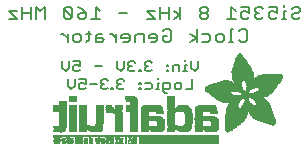
<source format=gbr>
G04 EAGLE Gerber RS-274X export*
G75*
%MOMM*%
%FSLAX34Y34*%
%LPD*%
%INSilkscreen Bottom*%
%IPPOS*%
%AMOC8*
5,1,8,0,0,1.08239X$1,22.5*%
G01*
%ADD10C,0.203200*%
%ADD11C,0.152400*%
%ADD12R,6.839700X0.016800*%
%ADD13R,0.268300X0.016800*%
%ADD14R,0.268200X0.016800*%
%ADD15R,0.251500X0.016800*%
%ADD16R,0.301800X0.016800*%
%ADD17R,0.251400X0.016800*%
%ADD18R,0.285000X0.016800*%
%ADD19R,0.301700X0.016800*%
%ADD20R,0.419100X0.016800*%
%ADD21R,0.318500X0.016800*%
%ADD22R,0.586700X0.016800*%
%ADD23R,0.586800X0.016800*%
%ADD24R,6.839700X0.016700*%
%ADD25R,0.268300X0.016700*%
%ADD26R,0.251400X0.016700*%
%ADD27R,0.251500X0.016700*%
%ADD28R,0.301800X0.016700*%
%ADD29R,0.285000X0.016700*%
%ADD30R,0.301700X0.016700*%
%ADD31R,0.419100X0.016700*%
%ADD32R,0.318500X0.016700*%
%ADD33R,0.586700X0.016700*%
%ADD34R,0.586800X0.016700*%
%ADD35R,0.318600X0.016800*%
%ADD36R,0.569900X0.016800*%
%ADD37R,0.335300X0.016800*%
%ADD38R,0.234700X0.016800*%
%ADD39R,0.234700X0.016700*%
%ADD40R,0.016700X0.016700*%
%ADD41R,0.318600X0.016700*%
%ADD42R,0.569900X0.016700*%
%ADD43R,0.335300X0.016700*%
%ADD44R,0.217900X0.016800*%
%ADD45R,0.033500X0.016800*%
%ADD46R,0.570000X0.016800*%
%ADD47R,0.201100X0.016700*%
%ADD48R,0.050300X0.016700*%
%ADD49R,0.670500X0.016700*%
%ADD50R,1.005800X0.016700*%
%ADD51R,0.570000X0.016700*%
%ADD52R,0.201100X0.016800*%
%ADD53R,0.067000X0.016800*%
%ADD54R,0.670500X0.016800*%
%ADD55R,1.005800X0.016800*%
%ADD56R,0.184400X0.016800*%
%ADD57R,0.989000X0.016800*%
%ADD58R,0.184400X0.016700*%
%ADD59R,0.067000X0.016700*%
%ADD60R,0.989000X0.016700*%
%ADD61R,0.167600X0.016800*%
%ADD62R,0.083800X0.016800*%
%ADD63R,0.637000X0.016800*%
%ADD64R,0.955500X0.016800*%
%ADD65R,0.150800X0.016800*%
%ADD66R,0.100600X0.016800*%
%ADD67R,0.536400X0.016800*%
%ADD68R,0.854900X0.016800*%
%ADD69R,0.150800X0.016700*%
%ADD70R,0.100600X0.016700*%
%ADD71R,0.352000X0.016700*%
%ADD72R,0.435900X0.016700*%
%ADD73R,0.402400X0.016700*%
%ADD74R,0.368800X0.016700*%
%ADD75R,0.134100X0.016800*%
%ADD76R,0.117300X0.016800*%
%ADD77R,0.435900X0.016800*%
%ADD78R,0.368900X0.016800*%
%ADD79R,0.603500X0.016800*%
%ADD80R,0.134100X0.016700*%
%ADD81R,0.117300X0.016700*%
%ADD82R,0.452600X0.016700*%
%ADD83R,0.620300X0.016700*%
%ADD84R,0.284900X0.016800*%
%ADD85R,0.486200X0.016800*%
%ADD86R,0.653800X0.016800*%
%ADD87R,0.804700X0.016800*%
%ADD88R,0.150900X0.016700*%
%ADD89R,0.268200X0.016700*%
%ADD90R,0.737600X0.016700*%
%ADD91R,0.603500X0.016700*%
%ADD92R,0.922000X0.016700*%
%ADD93R,0.150900X0.016800*%
%ADD94R,0.821400X0.016800*%
%ADD95R,0.972300X0.016800*%
%ADD96R,0.989100X0.016800*%
%ADD97R,0.083800X0.016700*%
%ADD98R,0.167600X0.016700*%
%ADD99R,0.821400X0.016700*%
%ADD100R,0.989100X0.016700*%
%ADD101R,0.201200X0.016700*%
%ADD102R,0.050300X0.016800*%
%ADD103R,0.201200X0.016800*%
%ADD104R,0.217900X0.016700*%
%ADD105R,0.284900X0.016700*%
%ADD106R,0.352100X0.016800*%
%ADD107R,0.620300X0.016800*%
%ADD108R,0.385600X0.016800*%
%ADD109R,0.335200X0.016800*%
%ADD110R,0.385600X0.016700*%
%ADD111R,0.687400X0.016700*%
%ADD112R,13.998000X0.016800*%
%ADD113R,13.998000X0.016700*%
%ADD114R,0.637000X0.016700*%
%ADD115R,0.486100X0.016700*%
%ADD116R,0.637100X0.016700*%
%ADD117R,0.519700X0.016700*%
%ADD118R,0.536500X0.016700*%
%ADD119R,0.787900X0.016800*%
%ADD120R,0.687400X0.016800*%
%ADD121R,0.771200X0.016800*%
%ADD122R,0.637100X0.016800*%
%ADD123R,0.720800X0.016800*%
%ADD124R,0.704100X0.016800*%
%ADD125R,0.754400X0.016800*%
%ADD126R,0.838200X0.016700*%
%ADD127R,0.871800X0.016700*%
%ADD128R,0.871700X0.016700*%
%ADD129R,0.402400X0.016800*%
%ADD130R,0.922100X0.016800*%
%ADD131R,0.938800X0.016800*%
%ADD132R,0.938800X0.016700*%
%ADD133R,1.022600X0.016700*%
%ADD134R,0.972400X0.016700*%
%ADD135R,0.972300X0.016700*%
%ADD136R,0.469400X0.016800*%
%ADD137R,1.072900X0.016800*%
%ADD138R,1.022600X0.016800*%
%ADD139R,1.005900X0.016800*%
%ADD140R,0.502900X0.016800*%
%ADD141R,1.123200X0.016800*%
%ADD142R,1.056200X0.016800*%
%ADD143R,1.123100X0.016800*%
%ADD144R,1.139900X0.016700*%
%ADD145R,1.089600X0.016700*%
%ADD146R,0.553200X0.016800*%
%ADD147R,1.190200X0.016800*%
%ADD148R,1.190300X0.016800*%
%ADD149R,1.039400X0.016800*%
%ADD150R,1.223700X0.016800*%
%ADD151R,1.173500X0.016800*%
%ADD152R,1.223800X0.016800*%
%ADD153R,1.240500X0.016700*%
%ADD154R,1.173500X0.016700*%
%ADD155R,1.240600X0.016700*%
%ADD156R,1.190300X0.016700*%
%ADD157R,1.056200X0.016700*%
%ADD158R,1.274100X0.016800*%
%ADD159R,1.274000X0.016800*%
%ADD160R,1.307600X0.016800*%
%ADD161R,1.257300X0.016800*%
%ADD162R,1.324400X0.016800*%
%ADD163R,0.687300X0.016700*%
%ADD164R,1.324400X0.016700*%
%ADD165R,1.307500X0.016700*%
%ADD166R,1.274100X0.016700*%
%ADD167R,1.072900X0.016700*%
%ADD168R,2.011600X0.016800*%
%ADD169R,1.324300X0.016800*%
%ADD170R,1.978100X0.016800*%
%ADD171R,2.011600X0.016700*%
%ADD172R,1.357900X0.016700*%
%ADD173R,1.994900X0.016700*%
%ADD174R,1.341200X0.016700*%
%ADD175R,1.089700X0.016700*%
%ADD176R,0.754300X0.016800*%
%ADD177R,1.994900X0.016800*%
%ADD178R,1.995000X0.016800*%
%ADD179R,1.089700X0.016800*%
%ADD180R,0.787900X0.016700*%
%ADD181R,1.995000X0.016700*%
%ADD182R,2.028400X0.016800*%
%ADD183R,2.011700X0.016800*%
%ADD184R,1.106500X0.016800*%
%ADD185R,2.028400X0.016700*%
%ADD186R,2.011700X0.016700*%
%ADD187R,1.106500X0.016700*%
%ADD188R,0.888400X0.016800*%
%ADD189R,0.922000X0.016800*%
%ADD190R,0.938700X0.016700*%
%ADD191R,2.045200X0.016800*%
%ADD192R,0.938700X0.016800*%
%ADD193R,0.670600X0.016700*%
%ADD194R,0.888500X0.016700*%
%ADD195R,2.045200X0.016700*%
%ADD196R,0.888400X0.016700*%
%ADD197R,0.804600X0.016800*%
%ADD198R,2.028500X0.016800*%
%ADD199R,1.056100X0.016700*%
%ADD200R,0.771100X0.016700*%
%ADD201R,0.754300X0.016700*%
%ADD202R,2.028500X0.016700*%
%ADD203R,0.737700X0.016700*%
%ADD204R,1.072800X0.016800*%
%ADD205R,0.871700X0.016800*%
%ADD206R,0.737600X0.016800*%
%ADD207R,0.871800X0.016800*%
%ADD208R,1.089600X0.016800*%
%ADD209R,0.704000X0.016800*%
%ADD210R,0.687300X0.016800*%
%ADD211R,0.670600X0.016800*%
%ADD212R,1.123100X0.016700*%
%ADD213R,0.720800X0.016700*%
%ADD214R,0.653700X0.016700*%
%ADD215R,0.653800X0.016700*%
%ADD216R,1.139900X0.016800*%
%ADD217R,1.173400X0.016800*%
%ADD218R,1.190200X0.016700*%
%ADD219R,1.207000X0.016800*%
%ADD220R,1.240500X0.016800*%
%ADD221R,0.469400X0.016700*%
%ADD222R,1.274000X0.016700*%
%ADD223R,0.519600X0.016800*%
%ADD224R,1.341100X0.016800*%
%ADD225R,0.771200X0.016700*%
%ADD226R,1.374600X0.016700*%
%ADD227R,0.838200X0.016800*%
%ADD228R,1.391400X0.016800*%
%ADD229R,1.424900X0.016800*%
%ADD230R,1.441700X0.016700*%
%ADD231R,1.475200X0.016800*%
%ADD232R,1.491900X0.016700*%
%ADD233R,1.525500X0.016800*%
%ADD234R,1.559000X0.016700*%
%ADD235R,1.575800X0.016800*%
%ADD236R,1.307600X0.016700*%
%ADD237R,1.592500X0.016700*%
%ADD238R,1.374700X0.016800*%
%ADD239R,1.609300X0.016800*%
%ADD240R,1.408200X0.016800*%
%ADD241R,1.626100X0.016800*%
%ADD242R,1.626100X0.016700*%
%ADD243R,1.508800X0.016800*%
%ADD244R,1.659600X0.016800*%
%ADD245R,1.559000X0.016800*%
%ADD246R,1.676400X0.016800*%
%ADD247R,1.575800X0.016700*%
%ADD248R,1.676400X0.016700*%
%ADD249R,1.978100X0.016700*%
%ADD250R,1.693100X0.016800*%
%ADD251R,1.642800X0.016800*%
%ADD252R,1.709900X0.016800*%
%ADD253R,1.961300X0.016800*%
%ADD254R,1.726600X0.016700*%
%ADD255R,1.961300X0.016700*%
%ADD256R,1.693200X0.016800*%
%ADD257R,1.726600X0.016800*%
%ADD258R,1.944600X0.016800*%
%ADD259R,1.726700X0.016700*%
%ADD260R,1.743400X0.016700*%
%ADD261R,1.944600X0.016700*%
%ADD262R,1.726700X0.016800*%
%ADD263R,1.760200X0.016800*%
%ADD264R,1.927800X0.016800*%
%ADD265R,1.911000X0.016800*%
%ADD266R,1.793700X0.016700*%
%ADD267R,1.776900X0.016700*%
%ADD268R,1.911100X0.016700*%
%ADD269R,1.894300X0.016700*%
%ADD270R,1.793800X0.016800*%
%ADD271R,1.776900X0.016800*%
%ADD272R,1.911100X0.016800*%
%ADD273R,1.894300X0.016800*%
%ADD274R,1.827300X0.016800*%
%ADD275R,1.810500X0.016800*%
%ADD276R,1.877500X0.016800*%
%ADD277R,1.844100X0.016700*%
%ADD278R,1.810500X0.016700*%
%ADD279R,1.860800X0.016700*%
%ADD280R,1.844000X0.016700*%
%ADD281R,1.860900X0.016800*%
%ADD282R,1.844000X0.016800*%
%ADD283R,1.827200X0.016800*%
%ADD284R,1.860800X0.016800*%
%ADD285R,1.793700X0.016800*%
%ADD286R,1.877600X0.016700*%
%ADD287R,1.827200X0.016700*%
%ADD288R,1.927800X0.016700*%
%ADD289R,1.927900X0.016800*%
%ADD290R,1.944700X0.016700*%
%ADD291R,1.877500X0.016700*%
%ADD292R,1.961400X0.016800*%
%ADD293R,1.961400X0.016700*%
%ADD294R,1.978200X0.016800*%
%ADD295R,1.911000X0.016700*%
%ADD296R,0.620200X0.016800*%
%ADD297R,1.425000X0.016800*%
%ADD298R,0.620200X0.016700*%
%ADD299R,1.425000X0.016700*%
%ADD300R,0.653700X0.016800*%
%ADD301R,0.704100X0.016700*%
%ADD302R,0.804700X0.016700*%
%ADD303R,0.905200X0.016800*%
%ADD304R,1.894400X0.016800*%
%ADD305R,1.927900X0.016700*%
%ADD306R,1.877600X0.016800*%
%ADD307R,3.889300X0.016800*%
%ADD308R,3.872500X0.016700*%
%ADD309R,3.872500X0.016800*%
%ADD310R,3.855700X0.016700*%
%ADD311R,0.754400X0.016700*%
%ADD312R,3.855700X0.016800*%
%ADD313R,3.839000X0.016800*%
%ADD314R,0.720900X0.016800*%
%ADD315R,3.822200X0.016700*%
%ADD316R,2.715700X0.016800*%
%ADD317R,2.632000X0.016800*%
%ADD318R,1.290800X0.016800*%
%ADD319R,2.615200X0.016700*%
%ADD320R,1.257300X0.016700*%
%ADD321R,2.581700X0.016800*%
%ADD322R,1.240600X0.016800*%
%ADD323R,2.564900X0.016800*%
%ADD324R,1.760300X0.016800*%
%ADD325R,2.531400X0.016700*%
%ADD326R,1.156700X0.016700*%
%ADD327R,2.514600X0.016800*%
%ADD328R,0.955600X0.016800*%
%ADD329R,2.497800X0.016800*%
%ADD330R,1.659700X0.016800*%
%ADD331R,2.464300X0.016700*%
%ADD332R,1.039300X0.016700*%
%ADD333R,2.447500X0.016800*%
%ADD334R,1.592500X0.016800*%
%ADD335R,0.536500X0.016800*%
%ADD336R,2.430800X0.016700*%
%ADD337R,1.559100X0.016700*%
%ADD338R,1.542300X0.016700*%
%ADD339R,0.502900X0.016700*%
%ADD340R,2.414000X0.016800*%
%ADD341R,0.905300X0.016800*%
%ADD342R,1.508700X0.016800*%
%ADD343R,0.888500X0.016800*%
%ADD344R,2.397300X0.016800*%
%ADD345R,1.441700X0.016800*%
%ADD346R,0.452700X0.016800*%
%ADD347R,1.290900X0.016700*%
%ADD348R,1.156700X0.016800*%
%ADD349R,0.855000X0.016800*%
%ADD350R,1.123200X0.016700*%
%ADD351R,0.720900X0.016700*%
%ADD352R,1.106400X0.016800*%
%ADD353R,1.106400X0.016700*%
%ADD354R,0.771100X0.016800*%
%ADD355R,0.435800X0.016700*%
%ADD356R,1.592600X0.016700*%
%ADD357R,0.435800X0.016800*%
%ADD358R,1.642900X0.016800*%
%ADD359R,0.402300X0.016800*%
%ADD360R,1.793800X0.016700*%
%ADD361R,0.368800X0.016800*%
%ADD362R,1.056100X0.016800*%
%ADD363R,1.039400X0.016700*%
%ADD364R,2.078800X0.016800*%
%ADD365R,0.335200X0.016700*%
%ADD366R,2.145800X0.016700*%
%ADD367R,2.162600X0.016800*%
%ADD368R,0.352000X0.016800*%
%ADD369R,2.212800X0.016800*%
%ADD370R,2.279900X0.016700*%
%ADD371R,2.330200X0.016800*%
%ADD372R,2.799500X0.016800*%
%ADD373R,2.816300X0.016700*%
%ADD374R,0.955500X0.016700*%
%ADD375R,2.849900X0.016800*%
%ADD376R,2.916900X0.016800*%
%ADD377R,4.224500X0.016700*%
%ADD378R,4.291600X0.016800*%
%ADD379R,4.409000X0.016800*%
%ADD380R,4.509500X0.016700*%
%ADD381R,4.526300X0.016800*%
%ADD382R,4.626800X0.016700*%
%ADD383R,4.693900X0.016800*%
%ADD384R,4.727400X0.016800*%
%ADD385R,2.548200X0.016700*%
%ADD386R,2.179300X0.016700*%
%ADD387R,2.430800X0.016800*%
%ADD388R,2.414000X0.016700*%
%ADD389R,2.414100X0.016800*%
%ADD390R,2.430700X0.016700*%
%ADD391R,2.447600X0.016700*%
%ADD392R,1.559100X0.016800*%
%ADD393R,1.525500X0.016700*%
%ADD394R,1.492000X0.016800*%
%ADD395R,1.491900X0.016800*%
%ADD396R,1.458500X0.016700*%
%ADD397R,2.061900X0.016800*%
%ADD398R,1.408100X0.016700*%
%ADD399R,0.905200X0.016700*%
%ADD400R,2.112300X0.016700*%
%ADD401R,2.179300X0.016800*%
%ADD402R,1.408200X0.016700*%
%ADD403R,2.212900X0.016700*%
%ADD404R,1.140000X0.016800*%
%ADD405R,3.319300X0.016800*%
%ADD406R,1.374700X0.016700*%
%ADD407R,0.402300X0.016700*%
%ADD408R,3.302500X0.016700*%
%ADD409R,3.285700X0.016800*%
%ADD410R,1.357900X0.016800*%
%ADD411R,3.269000X0.016800*%
%ADD412R,3.285800X0.016700*%
%ADD413R,3.268900X0.016800*%
%ADD414R,0.452700X0.016700*%
%ADD415R,3.268900X0.016700*%
%ADD416R,1.391400X0.016700*%
%ADD417R,3.269000X0.016700*%
%ADD418R,1.374600X0.016800*%
%ADD419R,0.519700X0.016800*%
%ADD420R,3.252200X0.016800*%
%ADD421R,3.235400X0.016800*%
%ADD422R,3.235400X0.016700*%
%ADD423R,3.218600X0.016800*%
%ADD424R,3.201900X0.016800*%
%ADD425R,3.201900X0.016700*%
%ADD426R,1.458500X0.016800*%
%ADD427R,1.525600X0.016800*%
%ADD428R,3.185100X0.016800*%
%ADD429R,2.531300X0.016700*%
%ADD430R,3.168400X0.016700*%
%ADD431R,2.531300X0.016800*%
%ADD432R,3.151600X0.016800*%
%ADD433R,2.548100X0.016800*%
%ADD434R,3.134900X0.016800*%
%ADD435R,2.564900X0.016700*%
%ADD436R,3.118100X0.016700*%
%ADD437R,2.581600X0.016800*%
%ADD438R,3.101400X0.016800*%
%ADD439R,2.598400X0.016700*%
%ADD440R,3.067900X0.016700*%
%ADD441R,2.598400X0.016800*%
%ADD442R,3.034300X0.016800*%
%ADD443R,2.615100X0.016800*%
%ADD444R,3.000800X0.016800*%
%ADD445R,2.631900X0.016700*%
%ADD446R,2.950500X0.016700*%
%ADD447R,2.648700X0.016800*%
%ADD448R,2.900200X0.016800*%
%ADD449R,2.665500X0.016800*%
%ADD450R,2.682200X0.016700*%
%ADD451R,2.799600X0.016700*%
%ADD452R,2.699000X0.016800*%
%ADD453R,2.732500X0.016800*%
%ADD454R,2.749300X0.016700*%
%ADD455R,2.632000X0.016700*%
%ADD456R,2.749300X0.016800*%
%ADD457R,2.766100X0.016700*%
%ADD458R,2.766100X0.016800*%
%ADD459R,2.481100X0.016800*%
%ADD460R,2.782900X0.016800*%
%ADD461R,2.380500X0.016700*%
%ADD462R,2.833100X0.016800*%
%ADD463R,1.592600X0.016800*%
%ADD464R,2.849900X0.016700*%
%ADD465R,2.883400X0.016800*%
%ADD466R,2.917000X0.016700*%
%ADD467R,2.933700X0.016800*%
%ADD468R,2.967200X0.016800*%
%ADD469R,2.967200X0.016700*%
%ADD470R,3.017500X0.016700*%
%ADD471R,3.051000X0.016800*%
%ADD472R,0.788000X0.016800*%
%ADD473R,3.084600X0.016800*%
%ADD474R,2.397300X0.016700*%
%ADD475R,2.397200X0.016800*%
%ADD476R,1.760200X0.016700*%
%ADD477R,2.397200X0.016700*%
%ADD478R,1.827300X0.016700*%
%ADD479R,2.380500X0.016800*%
%ADD480R,2.363700X0.016800*%
%ADD481R,2.363700X0.016700*%
%ADD482R,2.346900X0.016800*%
%ADD483R,2.296600X0.016700*%
%ADD484R,2.279900X0.016800*%
%ADD485R,2.246300X0.016800*%
%ADD486R,2.229600X0.016700*%
%ADD487R,2.129100X0.016800*%
%ADD488R,2.112300X0.016800*%
%ADD489R,1.609300X0.016700*%
%ADD490R,1.743400X0.016800*%
%ADD491R,1.693100X0.016700*%
%ADD492R,1.659700X0.016700*%
%ADD493R,1.575900X0.016800*%
%ADD494R,1.575900X0.016700*%
%ADD495R,1.475200X0.016700*%
%ADD496R,1.324300X0.016700*%
%ADD497R,1.290800X0.016700*%
%ADD498R,1.207000X0.016700*%
%ADD499R,0.854900X0.016700*%
%ADD500R,0.821500X0.016700*%
%ADD501R,0.821500X0.016800*%
%ADD502R,0.218000X0.016800*%


D10*
X267436Y157869D02*
X269216Y159648D01*
X272775Y159648D01*
X274554Y157869D01*
X274554Y156089D01*
X272775Y154310D01*
X269216Y154310D01*
X267436Y152530D01*
X267436Y150751D01*
X269216Y148971D01*
X272775Y148971D01*
X274554Y150751D01*
X262860Y156089D02*
X261081Y156089D01*
X261081Y148971D01*
X262860Y148971D02*
X259301Y148971D01*
X261081Y159648D02*
X261081Y161428D01*
X255065Y159648D02*
X247946Y159648D01*
X255065Y159648D02*
X255065Y154310D01*
X251505Y156089D01*
X249726Y156089D01*
X247946Y154310D01*
X247946Y150751D01*
X249726Y148971D01*
X253285Y148971D01*
X255065Y150751D01*
X243371Y157869D02*
X241591Y159648D01*
X238032Y159648D01*
X236252Y157869D01*
X236252Y156089D01*
X238032Y154310D01*
X239812Y154310D01*
X238032Y154310D02*
X236252Y152530D01*
X236252Y150751D01*
X238032Y148971D01*
X241591Y148971D01*
X243371Y150751D01*
X231677Y159648D02*
X224559Y159648D01*
X231677Y159648D02*
X231677Y154310D01*
X228118Y156089D01*
X226338Y156089D01*
X224559Y154310D01*
X224559Y150751D01*
X226338Y148971D01*
X229897Y148971D01*
X231677Y150751D01*
X219983Y156089D02*
X216424Y159648D01*
X216424Y148971D01*
X219983Y148971D02*
X212865Y148971D01*
X196595Y157869D02*
X194815Y159648D01*
X191256Y159648D01*
X189477Y157869D01*
X189477Y156089D01*
X191256Y154310D01*
X189477Y152530D01*
X189477Y150751D01*
X191256Y148971D01*
X194815Y148971D01*
X196595Y150751D01*
X196595Y152530D01*
X194815Y154310D01*
X196595Y156089D01*
X196595Y157869D01*
X194815Y154310D02*
X191256Y154310D01*
X173207Y159648D02*
X173207Y148971D01*
X173207Y152530D02*
X167868Y148971D01*
X173207Y152530D02*
X167868Y156089D01*
X163462Y159648D02*
X163462Y148971D01*
X163462Y154310D02*
X156344Y154310D01*
X156344Y159648D02*
X156344Y148971D01*
X151768Y156089D02*
X144650Y156089D01*
X151768Y148971D01*
X144650Y148971D01*
X128380Y154310D02*
X121262Y154310D01*
X104992Y156089D02*
X101433Y159648D01*
X101433Y148971D01*
X104992Y148971D02*
X97874Y148971D01*
X89739Y157869D02*
X86180Y159648D01*
X89739Y157869D02*
X93298Y154310D01*
X93298Y150751D01*
X91518Y148971D01*
X87959Y148971D01*
X86180Y150751D01*
X86180Y152530D01*
X87959Y154310D01*
X93298Y154310D01*
X81604Y150751D02*
X81604Y157869D01*
X79824Y159648D01*
X76265Y159648D01*
X74486Y157869D01*
X74486Y150751D01*
X76265Y148971D01*
X79824Y148971D01*
X81604Y150751D01*
X74486Y157869D01*
X58216Y159648D02*
X58216Y148971D01*
X54657Y156089D02*
X58216Y159648D01*
X54657Y156089D02*
X51098Y159648D01*
X51098Y148971D01*
X46522Y148971D02*
X46522Y159648D01*
X46522Y154310D02*
X39404Y154310D01*
X39404Y159648D02*
X39404Y148971D01*
X34828Y156089D02*
X27710Y156089D01*
X34828Y148971D01*
X27710Y148971D01*
X222609Y138819D02*
X224389Y140598D01*
X227948Y140598D01*
X229727Y138819D01*
X229727Y131701D01*
X227948Y129921D01*
X224389Y129921D01*
X222609Y131701D01*
X218034Y140598D02*
X216254Y140598D01*
X216254Y129921D01*
X218034Y129921D02*
X214474Y129921D01*
X208458Y129921D02*
X204899Y129921D01*
X203119Y131701D01*
X203119Y135260D01*
X204899Y137039D01*
X208458Y137039D01*
X210238Y135260D01*
X210238Y131701D01*
X208458Y129921D01*
X196764Y137039D02*
X191426Y137039D01*
X196764Y137039D02*
X198544Y135260D01*
X198544Y131701D01*
X196764Y129921D01*
X191426Y129921D01*
X186850Y129921D02*
X186850Y140598D01*
X186850Y133480D02*
X181511Y129921D01*
X186850Y133480D02*
X181511Y137039D01*
X160072Y140598D02*
X158293Y138819D01*
X160072Y140598D02*
X163631Y140598D01*
X165411Y138819D01*
X165411Y131701D01*
X163631Y129921D01*
X160072Y129921D01*
X158293Y131701D01*
X158293Y135260D01*
X161852Y135260D01*
X151937Y129921D02*
X148378Y129921D01*
X151937Y129921D02*
X153717Y131701D01*
X153717Y135260D01*
X151937Y137039D01*
X148378Y137039D01*
X146599Y135260D01*
X146599Y133480D01*
X153717Y133480D01*
X142023Y129921D02*
X142023Y137039D01*
X136684Y137039D01*
X134905Y135260D01*
X134905Y129921D01*
X128549Y129921D02*
X124990Y129921D01*
X128549Y129921D02*
X130329Y131701D01*
X130329Y135260D01*
X128549Y137039D01*
X124990Y137039D01*
X123211Y135260D01*
X123211Y133480D01*
X130329Y133480D01*
X118635Y129921D02*
X118635Y137039D01*
X118635Y133480D02*
X115076Y137039D01*
X113296Y137039D01*
X107110Y137039D02*
X103551Y137039D01*
X101772Y135260D01*
X101772Y129921D01*
X107110Y129921D01*
X108890Y131701D01*
X107110Y133480D01*
X101772Y133480D01*
X95416Y131701D02*
X95416Y138819D01*
X95416Y131701D02*
X93637Y129921D01*
X93637Y137039D02*
X97196Y137039D01*
X87620Y129921D02*
X84061Y129921D01*
X82282Y131701D01*
X82282Y135260D01*
X84061Y137039D01*
X87620Y137039D01*
X89400Y135260D01*
X89400Y131701D01*
X87620Y129921D01*
X77706Y129921D02*
X77706Y137039D01*
X77706Y133480D02*
X74147Y137039D01*
X72367Y137039D01*
D11*
X188028Y113545D02*
X188028Y107783D01*
X185146Y104902D01*
X182265Y107783D01*
X182265Y113545D01*
X178672Y110664D02*
X177232Y110664D01*
X177232Y104902D01*
X178672Y104902D02*
X175791Y104902D01*
X177232Y113545D02*
X177232Y114986D01*
X172436Y110664D02*
X172436Y104902D01*
X172436Y110664D02*
X168114Y110664D01*
X166673Y109224D01*
X166673Y104902D01*
X163080Y110664D02*
X161640Y110664D01*
X161640Y109224D01*
X163080Y109224D01*
X163080Y110664D01*
X163080Y106343D02*
X161640Y106343D01*
X161640Y104902D01*
X163080Y104902D01*
X163080Y106343D01*
X149048Y112105D02*
X147607Y113545D01*
X144726Y113545D01*
X143285Y112105D01*
X143285Y110664D01*
X144726Y109224D01*
X146167Y109224D01*
X144726Y109224D02*
X143285Y107783D01*
X143285Y106343D01*
X144726Y104902D01*
X147607Y104902D01*
X149048Y106343D01*
X139692Y106343D02*
X139692Y104902D01*
X139692Y106343D02*
X138252Y106343D01*
X138252Y104902D01*
X139692Y104902D01*
X135015Y112105D02*
X133574Y113545D01*
X130693Y113545D01*
X129253Y112105D01*
X129253Y110664D01*
X130693Y109224D01*
X132134Y109224D01*
X130693Y109224D02*
X129253Y107783D01*
X129253Y106343D01*
X130693Y104902D01*
X133574Y104902D01*
X135015Y106343D01*
X125660Y107783D02*
X125660Y113545D01*
X125660Y107783D02*
X122779Y104902D01*
X119897Y107783D01*
X119897Y113545D01*
X106949Y109224D02*
X101187Y109224D01*
X88239Y113545D02*
X82477Y113545D01*
X88239Y113545D02*
X88239Y109224D01*
X85358Y110664D01*
X83917Y110664D01*
X82477Y109224D01*
X82477Y106343D01*
X83917Y104902D01*
X86798Y104902D01*
X88239Y106343D01*
X78884Y107783D02*
X78884Y113545D01*
X78884Y107783D02*
X76003Y104902D01*
X73121Y107783D01*
X73121Y113545D01*
X183350Y98305D02*
X183350Y89662D01*
X177588Y89662D01*
X172554Y89662D02*
X169673Y89662D01*
X168233Y91103D01*
X168233Y93984D01*
X169673Y95424D01*
X172554Y95424D01*
X173995Y93984D01*
X173995Y91103D01*
X172554Y89662D01*
X161758Y86781D02*
X160318Y86781D01*
X158877Y88221D01*
X158877Y95424D01*
X163199Y95424D01*
X164640Y93984D01*
X164640Y91103D01*
X163199Y89662D01*
X158877Y89662D01*
X155284Y95424D02*
X153844Y95424D01*
X153844Y89662D01*
X155284Y89662D02*
X152403Y89662D01*
X153844Y98305D02*
X153844Y99746D01*
X147607Y95424D02*
X143285Y95424D01*
X147607Y95424D02*
X149048Y93984D01*
X149048Y91103D01*
X147607Y89662D01*
X143285Y89662D01*
X139692Y95424D02*
X138252Y95424D01*
X138252Y93984D01*
X139692Y93984D01*
X139692Y95424D01*
X139692Y91103D02*
X138252Y91103D01*
X138252Y89662D01*
X139692Y89662D01*
X139692Y91103D01*
X125660Y96865D02*
X124219Y98305D01*
X121338Y98305D01*
X119897Y96865D01*
X119897Y95424D01*
X121338Y93984D01*
X122779Y93984D01*
X121338Y93984D02*
X119897Y92543D01*
X119897Y91103D01*
X121338Y89662D01*
X124219Y89662D01*
X125660Y91103D01*
X116304Y91103D02*
X116304Y89662D01*
X116304Y91103D02*
X114864Y91103D01*
X114864Y89662D01*
X116304Y89662D01*
X111627Y96865D02*
X110186Y98305D01*
X107305Y98305D01*
X105865Y96865D01*
X105865Y95424D01*
X107305Y93984D01*
X108746Y93984D01*
X107305Y93984D02*
X105865Y92543D01*
X105865Y91103D01*
X107305Y89662D01*
X110186Y89662D01*
X111627Y91103D01*
X102272Y93984D02*
X96509Y93984D01*
X92917Y98305D02*
X87154Y98305D01*
X92917Y98305D02*
X92917Y93984D01*
X90035Y95424D01*
X88595Y95424D01*
X87154Y93984D01*
X87154Y91103D01*
X88595Y89662D01*
X91476Y89662D01*
X92917Y91103D01*
X83561Y92543D02*
X83561Y98305D01*
X83561Y92543D02*
X80680Y89662D01*
X77799Y92543D01*
X77799Y98305D01*
D12*
X171682Y43180D03*
D13*
X135136Y43180D03*
D14*
X131615Y43180D03*
D15*
X127173Y43180D03*
D13*
X123569Y43180D03*
D16*
X119545Y43180D03*
D17*
X115438Y43180D03*
D18*
X111582Y43180D03*
D19*
X107643Y43180D03*
D20*
X103033Y43180D03*
X97836Y43180D03*
D21*
X93142Y43180D03*
D18*
X89118Y43180D03*
X85263Y43180D03*
D22*
X79731Y43180D03*
D19*
X74283Y43180D03*
D23*
X68834Y43180D03*
D24*
X171682Y43348D03*
D25*
X135136Y43348D03*
D26*
X131699Y43348D03*
D27*
X127173Y43348D03*
D28*
X123401Y43348D03*
D29*
X119461Y43348D03*
D30*
X115522Y43348D03*
D29*
X111582Y43348D03*
D30*
X107643Y43348D03*
D31*
X103033Y43348D03*
X97836Y43348D03*
D32*
X93142Y43348D03*
D29*
X89118Y43348D03*
X85263Y43348D03*
D33*
X79731Y43348D03*
D32*
X74367Y43348D03*
D34*
X68834Y43348D03*
D12*
X171682Y43515D03*
D13*
X135136Y43515D03*
D17*
X131699Y43515D03*
D15*
X127173Y43515D03*
D35*
X123317Y43515D03*
D13*
X119378Y43515D03*
D21*
X115438Y43515D03*
D18*
X111582Y43515D03*
D21*
X107727Y43515D03*
D20*
X103033Y43515D03*
X97836Y43515D03*
D21*
X93142Y43515D03*
D18*
X89118Y43515D03*
X85263Y43515D03*
D36*
X79815Y43515D03*
D37*
X74283Y43515D03*
D23*
X68834Y43515D03*
D12*
X171682Y43683D03*
D13*
X135136Y43683D03*
D38*
X131783Y43683D03*
D15*
X127173Y43683D03*
D35*
X123317Y43683D03*
D13*
X119378Y43683D03*
D21*
X115438Y43683D03*
D17*
X111582Y43683D03*
D21*
X107727Y43683D03*
D20*
X103033Y43683D03*
X97836Y43683D03*
D21*
X93142Y43683D03*
D18*
X89118Y43683D03*
X85263Y43683D03*
D36*
X79815Y43683D03*
D37*
X74283Y43683D03*
D23*
X68834Y43683D03*
D24*
X171682Y43851D03*
D25*
X135136Y43851D03*
D39*
X131783Y43851D03*
D40*
X129520Y43851D03*
D27*
X127173Y43851D03*
D41*
X123317Y43851D03*
D25*
X119378Y43851D03*
D32*
X115438Y43851D03*
D26*
X111582Y43851D03*
D32*
X107727Y43851D03*
D31*
X103033Y43851D03*
X97836Y43851D03*
D32*
X93142Y43851D03*
D29*
X89118Y43851D03*
X85263Y43851D03*
D42*
X79815Y43851D03*
D43*
X74283Y43851D03*
D34*
X68834Y43851D03*
D12*
X171682Y44018D03*
D13*
X135136Y44018D03*
D44*
X131867Y44018D03*
D45*
X129604Y44018D03*
D15*
X127173Y44018D03*
D35*
X123317Y44018D03*
D13*
X119378Y44018D03*
D21*
X115438Y44018D03*
D17*
X111582Y44018D03*
D21*
X107727Y44018D03*
D20*
X103033Y44018D03*
X97836Y44018D03*
D19*
X93226Y44018D03*
D18*
X89118Y44018D03*
X85263Y44018D03*
D36*
X79815Y44018D03*
D37*
X74283Y44018D03*
D46*
X68750Y44018D03*
D12*
X171682Y44186D03*
D13*
X135136Y44186D03*
D44*
X131867Y44186D03*
D45*
X129604Y44186D03*
D15*
X127173Y44186D03*
D35*
X123317Y44186D03*
D13*
X119378Y44186D03*
D21*
X115438Y44186D03*
D17*
X111582Y44186D03*
D21*
X107727Y44186D03*
D20*
X103033Y44186D03*
X97836Y44186D03*
D19*
X93226Y44186D03*
D18*
X89118Y44186D03*
X85263Y44186D03*
D36*
X79815Y44186D03*
D37*
X74283Y44186D03*
D46*
X68750Y44186D03*
D24*
X171682Y44354D03*
D25*
X135136Y44354D03*
D47*
X131951Y44354D03*
D48*
X129688Y44354D03*
D27*
X127173Y44354D03*
D41*
X123317Y44354D03*
D25*
X119378Y44354D03*
D32*
X115438Y44354D03*
D49*
X109487Y44354D03*
D31*
X103033Y44354D03*
X97836Y44354D03*
D30*
X93226Y44354D03*
D28*
X89202Y44354D03*
D29*
X85263Y44354D03*
D50*
X77635Y44354D03*
D51*
X68750Y44354D03*
D12*
X171682Y44521D03*
D13*
X135136Y44521D03*
D52*
X131951Y44521D03*
D53*
X129771Y44521D03*
D15*
X127173Y44521D03*
D35*
X123317Y44521D03*
D15*
X119294Y44521D03*
D21*
X115438Y44521D03*
D54*
X109487Y44521D03*
D20*
X103033Y44521D03*
X97836Y44521D03*
D19*
X93226Y44521D03*
D16*
X89202Y44521D03*
D18*
X85263Y44521D03*
D55*
X77635Y44521D03*
D23*
X68834Y44521D03*
D12*
X171682Y44689D03*
D13*
X135136Y44689D03*
D56*
X132034Y44689D03*
D53*
X129771Y44689D03*
D15*
X127173Y44689D03*
D37*
X123234Y44689D03*
D15*
X119294Y44689D03*
D21*
X115438Y44689D03*
D54*
X109487Y44689D03*
D20*
X103033Y44689D03*
X97836Y44689D03*
D19*
X93226Y44689D03*
D16*
X89202Y44689D03*
D18*
X85263Y44689D03*
D57*
X77719Y44689D03*
D23*
X68834Y44689D03*
D24*
X171682Y44857D03*
D25*
X135136Y44857D03*
D58*
X132034Y44857D03*
D59*
X129771Y44857D03*
D27*
X127173Y44857D03*
D43*
X123234Y44857D03*
D27*
X119294Y44857D03*
D32*
X115438Y44857D03*
D49*
X109487Y44857D03*
D31*
X103033Y44857D03*
X97836Y44857D03*
D29*
X93309Y44857D03*
D41*
X89286Y44857D03*
D29*
X85263Y44857D03*
D60*
X77719Y44857D03*
D34*
X68834Y44857D03*
D12*
X171682Y45024D03*
D13*
X135136Y45024D03*
D61*
X132118Y45024D03*
D62*
X129855Y45024D03*
D15*
X127173Y45024D03*
D37*
X123234Y45024D03*
D15*
X119294Y45024D03*
D21*
X115438Y45024D03*
D63*
X109654Y45024D03*
D20*
X103033Y45024D03*
X97836Y45024D03*
D35*
X89286Y45024D03*
D18*
X85263Y45024D03*
D64*
X77887Y45024D03*
D23*
X68834Y45024D03*
D12*
X171682Y45192D03*
D13*
X135136Y45192D03*
D65*
X132202Y45192D03*
D66*
X129939Y45192D03*
D15*
X127173Y45192D03*
D37*
X123234Y45192D03*
D15*
X119294Y45192D03*
D21*
X115438Y45192D03*
D67*
X110157Y45192D03*
D20*
X103033Y45192D03*
X97836Y45192D03*
D37*
X89370Y45192D03*
D18*
X85263Y45192D03*
D68*
X78390Y45192D03*
D23*
X68834Y45192D03*
D24*
X171682Y45360D03*
D25*
X135136Y45360D03*
D69*
X132202Y45360D03*
D70*
X129939Y45360D03*
D27*
X127173Y45360D03*
D43*
X123234Y45360D03*
D27*
X119294Y45360D03*
D32*
X115438Y45360D03*
D71*
X111079Y45360D03*
D72*
X103117Y45360D03*
D31*
X97836Y45360D03*
D73*
X89705Y45360D03*
D29*
X85263Y45360D03*
D74*
X77803Y45360D03*
D34*
X68834Y45360D03*
D12*
X171682Y45527D03*
D13*
X135136Y45527D03*
D75*
X132286Y45527D03*
D76*
X130023Y45527D03*
D15*
X127173Y45527D03*
D37*
X123234Y45527D03*
D15*
X119294Y45527D03*
D21*
X115438Y45527D03*
D19*
X111331Y45527D03*
D77*
X103117Y45527D03*
D20*
X97836Y45527D03*
D78*
X89538Y45527D03*
D18*
X85263Y45527D03*
D21*
X78055Y45527D03*
D79*
X68918Y45527D03*
D24*
X171682Y45695D03*
D25*
X135136Y45695D03*
D80*
X132286Y45695D03*
D81*
X130023Y45695D03*
D27*
X127173Y45695D03*
D43*
X123234Y45695D03*
D27*
X119294Y45695D03*
D32*
X115438Y45695D03*
D30*
X111331Y45695D03*
D82*
X103200Y45695D03*
D31*
X97836Y45695D03*
D43*
X89370Y45695D03*
D29*
X85263Y45695D03*
D32*
X78055Y45695D03*
D83*
X69002Y45695D03*
D12*
X171682Y45862D03*
D13*
X135136Y45862D03*
D76*
X132370Y45862D03*
X130023Y45862D03*
D15*
X127173Y45862D03*
D37*
X123234Y45862D03*
D15*
X119294Y45862D03*
D21*
X115438Y45862D03*
D84*
X111415Y45862D03*
D85*
X103368Y45862D03*
D20*
X97836Y45862D03*
D14*
X93393Y45862D03*
D35*
X89286Y45862D03*
D18*
X85263Y45862D03*
D16*
X78138Y45862D03*
D86*
X69169Y45862D03*
D12*
X171682Y46030D03*
D13*
X135136Y46030D03*
D76*
X132370Y46030D03*
D75*
X130107Y46030D03*
D15*
X127173Y46030D03*
D37*
X123234Y46030D03*
D15*
X119294Y46030D03*
D21*
X115438Y46030D03*
D14*
X111498Y46030D03*
D63*
X104122Y46030D03*
D20*
X97836Y46030D03*
D19*
X93226Y46030D03*
D16*
X89202Y46030D03*
D18*
X85263Y46030D03*
D16*
X78138Y46030D03*
D87*
X69924Y46030D03*
D24*
X171682Y46198D03*
D25*
X135136Y46198D03*
D70*
X132453Y46198D03*
D88*
X130191Y46198D03*
D27*
X127173Y46198D03*
D43*
X123234Y46198D03*
D27*
X119294Y46198D03*
D32*
X115438Y46198D03*
D89*
X111498Y46198D03*
D90*
X104625Y46198D03*
D31*
X97836Y46198D03*
D30*
X93226Y46198D03*
D28*
X89202Y46198D03*
D29*
X85263Y46198D03*
D91*
X79647Y46198D03*
D92*
X70510Y46198D03*
D12*
X171682Y46365D03*
D13*
X135136Y46365D03*
D66*
X132453Y46365D03*
D93*
X130191Y46365D03*
D15*
X127173Y46365D03*
D37*
X123234Y46365D03*
D15*
X119294Y46365D03*
D21*
X115438Y46365D03*
D14*
X111498Y46365D03*
D94*
X105044Y46365D03*
D20*
X97836Y46365D03*
D21*
X93142Y46365D03*
D18*
X89118Y46365D03*
X85263Y46365D03*
D22*
X79731Y46365D03*
D95*
X70762Y46365D03*
D12*
X171682Y46533D03*
D13*
X135136Y46533D03*
D62*
X132537Y46533D03*
D61*
X130274Y46533D03*
D15*
X127173Y46533D03*
D35*
X123317Y46533D03*
D15*
X119294Y46533D03*
D21*
X115438Y46533D03*
D14*
X111498Y46533D03*
D94*
X105044Y46533D03*
D20*
X97836Y46533D03*
D21*
X93142Y46533D03*
D18*
X89118Y46533D03*
X85263Y46533D03*
D22*
X79731Y46533D03*
D96*
X70846Y46533D03*
D24*
X171682Y46701D03*
D25*
X135136Y46701D03*
D97*
X132537Y46701D03*
D98*
X130274Y46701D03*
D27*
X127173Y46701D03*
D41*
X123317Y46701D03*
D27*
X119294Y46701D03*
D32*
X115438Y46701D03*
D89*
X111498Y46701D03*
D99*
X105044Y46701D03*
D31*
X97836Y46701D03*
D32*
X93142Y46701D03*
D29*
X89118Y46701D03*
X85263Y46701D03*
D33*
X79731Y46701D03*
D100*
X70846Y46701D03*
D12*
X171682Y46868D03*
D13*
X135136Y46868D03*
D53*
X132621Y46868D03*
D56*
X130358Y46868D03*
D15*
X127173Y46868D03*
D35*
X123317Y46868D03*
D13*
X119378Y46868D03*
D21*
X115438Y46868D03*
D14*
X111498Y46868D03*
D94*
X105044Y46868D03*
D20*
X97836Y46868D03*
D21*
X93142Y46868D03*
D18*
X89118Y46868D03*
X85263Y46868D03*
D22*
X79731Y46868D03*
D96*
X70846Y46868D03*
D12*
X171682Y47036D03*
D13*
X135136Y47036D03*
D53*
X132621Y47036D03*
D56*
X130358Y47036D03*
D15*
X127173Y47036D03*
D35*
X123317Y47036D03*
D13*
X119378Y47036D03*
D21*
X115438Y47036D03*
D14*
X111498Y47036D03*
D94*
X105044Y47036D03*
D20*
X97836Y47036D03*
D21*
X93142Y47036D03*
D18*
X89118Y47036D03*
X85263Y47036D03*
D22*
X79731Y47036D03*
D96*
X70846Y47036D03*
D24*
X171682Y47204D03*
D25*
X135136Y47204D03*
D48*
X132705Y47204D03*
D101*
X130442Y47204D03*
D27*
X127173Y47204D03*
D41*
X123317Y47204D03*
D25*
X119378Y47204D03*
D32*
X115438Y47204D03*
D89*
X111498Y47204D03*
D30*
X107643Y47204D03*
D72*
X103117Y47204D03*
D31*
X97836Y47204D03*
D32*
X93142Y47204D03*
D29*
X89118Y47204D03*
X85263Y47204D03*
D33*
X79731Y47204D03*
D30*
X74283Y47204D03*
D34*
X68834Y47204D03*
D12*
X171682Y47371D03*
D13*
X135136Y47371D03*
D102*
X132705Y47371D03*
D103*
X130442Y47371D03*
D15*
X127173Y47371D03*
D35*
X123317Y47371D03*
D13*
X119378Y47371D03*
D21*
X115438Y47371D03*
D14*
X111498Y47371D03*
D84*
X107727Y47371D03*
D77*
X103117Y47371D03*
D20*
X97836Y47371D03*
D21*
X93142Y47371D03*
D18*
X89118Y47371D03*
X85263Y47371D03*
D22*
X79731Y47371D03*
D19*
X74283Y47371D03*
D23*
X68834Y47371D03*
D24*
X171682Y47539D03*
D25*
X135136Y47539D03*
D48*
X132705Y47539D03*
D104*
X130526Y47539D03*
D27*
X127173Y47539D03*
D41*
X123317Y47539D03*
D25*
X119378Y47539D03*
D32*
X115438Y47539D03*
D89*
X111498Y47539D03*
D105*
X107727Y47539D03*
D72*
X103117Y47539D03*
D31*
X97836Y47539D03*
D32*
X93142Y47539D03*
D29*
X89118Y47539D03*
X85263Y47539D03*
D33*
X79731Y47539D03*
D30*
X74283Y47539D03*
D34*
X68834Y47539D03*
D12*
X171682Y47706D03*
D13*
X135136Y47706D03*
D38*
X130610Y47706D03*
D15*
X127173Y47706D03*
D35*
X123317Y47706D03*
D13*
X119378Y47706D03*
D21*
X115438Y47706D03*
D14*
X111498Y47706D03*
D84*
X107727Y47706D03*
D77*
X103117Y47706D03*
D20*
X97836Y47706D03*
D21*
X93142Y47706D03*
D18*
X89118Y47706D03*
X85263Y47706D03*
D22*
X79731Y47706D03*
D19*
X74283Y47706D03*
D23*
X68834Y47706D03*
D12*
X171682Y47874D03*
D13*
X135136Y47874D03*
D38*
X130610Y47874D03*
D15*
X127173Y47874D03*
D16*
X123401Y47874D03*
D18*
X119461Y47874D03*
D21*
X115438Y47874D03*
D14*
X111498Y47874D03*
D84*
X107727Y47874D03*
D77*
X103117Y47874D03*
D20*
X97836Y47874D03*
D19*
X93226Y47874D03*
D18*
X89118Y47874D03*
X85263Y47874D03*
D22*
X79731Y47874D03*
D19*
X74283Y47874D03*
D23*
X68834Y47874D03*
D24*
X171682Y48042D03*
D25*
X135136Y48042D03*
D39*
X130610Y48042D03*
D27*
X127173Y48042D03*
D29*
X123485Y48042D03*
X119461Y48042D03*
D32*
X115438Y48042D03*
D89*
X111498Y48042D03*
D105*
X107727Y48042D03*
D72*
X103117Y48042D03*
D31*
X97836Y48042D03*
D30*
X93226Y48042D03*
D29*
X89118Y48042D03*
X85263Y48042D03*
D91*
X79647Y48042D03*
D30*
X74283Y48042D03*
D34*
X68834Y48042D03*
D12*
X171682Y48209D03*
D13*
X135136Y48209D03*
D17*
X130693Y48209D03*
D15*
X127173Y48209D03*
D16*
X119545Y48209D03*
D21*
X115438Y48209D03*
D14*
X111498Y48209D03*
D103*
X104290Y48209D03*
X96746Y48209D03*
D16*
X89202Y48209D03*
D18*
X85263Y48209D03*
D15*
X77887Y48209D03*
D79*
X68918Y48209D03*
D12*
X171682Y48377D03*
D13*
X135136Y48377D03*
D14*
X130777Y48377D03*
D15*
X127173Y48377D03*
D16*
X119545Y48377D03*
D21*
X115438Y48377D03*
D84*
X111415Y48377D03*
D103*
X104290Y48377D03*
X96746Y48377D03*
D35*
X89286Y48377D03*
D18*
X85263Y48377D03*
D15*
X77887Y48377D03*
D79*
X68918Y48377D03*
D24*
X171682Y48545D03*
D25*
X135136Y48545D03*
D89*
X130777Y48545D03*
D27*
X127173Y48545D03*
D32*
X119629Y48545D03*
X115438Y48545D03*
D105*
X111415Y48545D03*
D104*
X104374Y48545D03*
D101*
X96746Y48545D03*
D41*
X89286Y48545D03*
D29*
X85263Y48545D03*
D27*
X77887Y48545D03*
D83*
X69002Y48545D03*
D12*
X171682Y48712D03*
D13*
X135136Y48712D03*
D18*
X130861Y48712D03*
D15*
X127173Y48712D03*
D106*
X119797Y48712D03*
D21*
X115438Y48712D03*
D19*
X111331Y48712D03*
D38*
X104458Y48712D03*
D103*
X96746Y48712D03*
D37*
X89370Y48712D03*
D18*
X85263Y48712D03*
D14*
X77803Y48712D03*
D107*
X69002Y48712D03*
D12*
X171682Y48880D03*
D13*
X135136Y48880D03*
D18*
X130861Y48880D03*
D15*
X127173Y48880D03*
D108*
X119964Y48880D03*
D21*
X115438Y48880D03*
D109*
X111163Y48880D03*
D15*
X104542Y48880D03*
D103*
X96746Y48880D03*
D106*
X89454Y48880D03*
D18*
X85263Y48880D03*
D16*
X77635Y48880D03*
D86*
X69169Y48880D03*
D24*
X171682Y49048D03*
D25*
X135136Y49048D03*
D30*
X130945Y49048D03*
D27*
X127173Y49048D03*
D72*
X120216Y49048D03*
D32*
X115438Y49048D03*
D74*
X110995Y49048D03*
D29*
X104709Y49048D03*
D101*
X96746Y49048D03*
D110*
X89621Y49048D03*
D29*
X85263Y49048D03*
D43*
X77468Y49048D03*
D111*
X69337Y49048D03*
D112*
X135890Y49215D03*
X135890Y49383D03*
D113*
X135890Y49551D03*
D112*
X135890Y49718D03*
D113*
X135890Y49886D03*
D112*
X135890Y50053D03*
D102*
X213675Y53071D03*
D103*
X71768Y53071D03*
D101*
X213591Y53239D03*
D34*
X199258Y53239D03*
D114*
X188613Y53239D03*
D115*
X175789Y53239D03*
D83*
X165563Y53239D03*
D34*
X153492Y53239D03*
D114*
X143015Y53239D03*
D116*
X134298Y53239D03*
X121222Y53239D03*
D117*
X101357Y53239D03*
D116*
X90879Y53239D03*
D114*
X82329Y53239D03*
D118*
X71433Y53239D03*
D14*
X213591Y53406D03*
D119*
X199258Y53406D03*
D63*
X188613Y53406D03*
D120*
X175956Y53406D03*
D107*
X165563Y53406D03*
D121*
X153576Y53406D03*
D63*
X143015Y53406D03*
D122*
X134298Y53406D03*
X121222Y53406D03*
D123*
X101356Y53406D03*
D122*
X90879Y53406D03*
D63*
X82329Y53406D03*
D124*
X71098Y53406D03*
D16*
X213591Y53574D03*
D94*
X199258Y53574D03*
D63*
X188613Y53574D03*
D125*
X175956Y53574D03*
D107*
X165563Y53574D03*
D94*
X153492Y53574D03*
D63*
X143015Y53574D03*
D122*
X134298Y53574D03*
X121222Y53574D03*
D121*
X101440Y53574D03*
D122*
X90879Y53574D03*
D63*
X82329Y53574D03*
D121*
X71097Y53574D03*
D71*
X213675Y53742D03*
D92*
X199258Y53742D03*
D114*
X188613Y53742D03*
D126*
X176040Y53742D03*
D83*
X165563Y53742D03*
D92*
X153492Y53742D03*
D114*
X143015Y53742D03*
D116*
X134298Y53742D03*
X121222Y53742D03*
D127*
X101440Y53742D03*
D116*
X90879Y53742D03*
D114*
X82329Y53742D03*
D128*
X70930Y53742D03*
D129*
X213591Y53909D03*
D57*
X199258Y53909D03*
D63*
X188613Y53909D03*
D130*
X176124Y53909D03*
D107*
X165563Y53909D03*
D96*
X153493Y53909D03*
D63*
X143015Y53909D03*
D122*
X134298Y53909D03*
X121222Y53909D03*
D131*
X101440Y53909D03*
D122*
X90879Y53909D03*
D63*
X82329Y53909D03*
D95*
X70762Y53909D03*
D72*
X213759Y54077D03*
D50*
X199174Y54077D03*
D114*
X188613Y54077D03*
D132*
X176040Y54077D03*
D83*
X165563Y54077D03*
D133*
X153492Y54077D03*
D114*
X143015Y54077D03*
D116*
X134298Y54077D03*
X121222Y54077D03*
D134*
X101440Y54077D03*
D116*
X90879Y54077D03*
D114*
X82329Y54077D03*
D135*
X70762Y54077D03*
D136*
X213759Y54244D03*
D137*
X199175Y54244D03*
D63*
X188613Y54244D03*
D55*
X176040Y54244D03*
D107*
X165563Y54244D03*
D137*
X153409Y54244D03*
D63*
X143015Y54244D03*
D122*
X134298Y54244D03*
X121222Y54244D03*
D138*
X101356Y54244D03*
D122*
X90879Y54244D03*
D63*
X82329Y54244D03*
D139*
X70930Y54244D03*
D140*
X213927Y54412D03*
D141*
X199090Y54412D03*
D63*
X188613Y54412D03*
D142*
X175956Y54412D03*
D107*
X165563Y54412D03*
D143*
X153325Y54412D03*
D63*
X143015Y54412D03*
D122*
X134298Y54412D03*
X121222Y54412D03*
D142*
X101356Y54412D03*
D122*
X90879Y54412D03*
D63*
X82329Y54412D03*
D138*
X71013Y54412D03*
D118*
X213927Y54580D03*
D144*
X199007Y54580D03*
D114*
X188613Y54580D03*
D145*
X175956Y54580D03*
D83*
X165563Y54580D03*
D144*
X153409Y54580D03*
D114*
X143015Y54580D03*
D116*
X134298Y54580D03*
X121222Y54580D03*
D145*
X101356Y54580D03*
D116*
X90879Y54580D03*
D114*
X82329Y54580D03*
D133*
X71013Y54580D03*
D146*
X214010Y54747D03*
D147*
X199090Y54747D03*
D63*
X188613Y54747D03*
D141*
X175956Y54747D03*
D107*
X165563Y54747D03*
D148*
X153325Y54747D03*
D63*
X143015Y54747D03*
D122*
X134298Y54747D03*
X121222Y54747D03*
D141*
X101356Y54747D03*
D122*
X90879Y54747D03*
D63*
X82329Y54747D03*
D149*
X71097Y54747D03*
D79*
X214095Y54915D03*
D150*
X198923Y54915D03*
D63*
X188613Y54915D03*
D151*
X175873Y54915D03*
D107*
X165563Y54915D03*
D152*
X153157Y54915D03*
D63*
X143015Y54915D03*
D122*
X134298Y54915D03*
X121222Y54915D03*
D151*
X101273Y54915D03*
D122*
X90879Y54915D03*
D63*
X82329Y54915D03*
D142*
X71181Y54915D03*
D91*
X214095Y55083D03*
D153*
X198839Y55083D03*
D114*
X188613Y55083D03*
D154*
X175873Y55083D03*
D83*
X165563Y55083D03*
D155*
X153073Y55083D03*
D114*
X143015Y55083D03*
D116*
X134298Y55083D03*
X121222Y55083D03*
D156*
X101189Y55083D03*
D116*
X90879Y55083D03*
D114*
X82329Y55083D03*
D157*
X71181Y55083D03*
D63*
X214262Y55250D03*
D158*
X198839Y55250D03*
D63*
X188613Y55250D03*
D152*
X175788Y55250D03*
D107*
X165563Y55250D03*
D159*
X153073Y55250D03*
D63*
X143015Y55250D03*
D122*
X134298Y55250D03*
X121222Y55250D03*
D150*
X101189Y55250D03*
D122*
X90879Y55250D03*
D63*
X82329Y55250D03*
D137*
X71265Y55250D03*
D54*
X214430Y55418D03*
D160*
X198671Y55418D03*
D63*
X188613Y55418D03*
D161*
X175789Y55418D03*
D107*
X165563Y55418D03*
D162*
X152989Y55418D03*
D63*
X143015Y55418D03*
D122*
X134298Y55418D03*
X121222Y55418D03*
D161*
X101021Y55418D03*
D122*
X90879Y55418D03*
D63*
X82329Y55418D03*
D137*
X71265Y55418D03*
D163*
X214514Y55586D03*
D164*
X198755Y55586D03*
D114*
X188613Y55586D03*
D165*
X175705Y55586D03*
D83*
X165563Y55586D03*
D164*
X152989Y55586D03*
D114*
X143015Y55586D03*
D116*
X134298Y55586D03*
X121222Y55586D03*
D166*
X101105Y55586D03*
D116*
X90879Y55586D03*
D114*
X82329Y55586D03*
D167*
X71265Y55586D03*
D123*
X214681Y55753D03*
D168*
X195486Y55753D03*
D169*
X175621Y55753D03*
D107*
X165563Y55753D03*
D170*
X149721Y55753D03*
D122*
X134298Y55753D03*
X121222Y55753D03*
D160*
X100937Y55753D03*
D122*
X90879Y55753D03*
D63*
X82329Y55753D03*
D137*
X71265Y55753D03*
D90*
X214765Y55921D03*
D171*
X195486Y55921D03*
D172*
X175621Y55921D03*
D83*
X165563Y55921D03*
D173*
X149805Y55921D03*
D116*
X134298Y55921D03*
X121222Y55921D03*
D174*
X100937Y55921D03*
D116*
X90879Y55921D03*
D114*
X82329Y55921D03*
D175*
X71349Y55921D03*
D176*
X214849Y56088D03*
D168*
X195486Y56088D03*
D177*
X172436Y56088D03*
X149805Y56088D03*
D122*
X134298Y56088D03*
X121222Y56088D03*
D178*
X97668Y56088D03*
D63*
X82329Y56088D03*
D179*
X71349Y56088D03*
D119*
X215017Y56256D03*
D168*
X195486Y56256D03*
D177*
X172436Y56256D03*
X149805Y56256D03*
D122*
X134298Y56256D03*
X121222Y56256D03*
D178*
X97668Y56256D03*
D63*
X82329Y56256D03*
D179*
X71349Y56256D03*
D180*
X215017Y56424D03*
D171*
X195486Y56424D03*
D173*
X172436Y56424D03*
X149805Y56424D03*
D116*
X134298Y56424D03*
X121222Y56424D03*
D181*
X97668Y56424D03*
D114*
X82329Y56424D03*
D175*
X71349Y56424D03*
D94*
X215184Y56591D03*
D182*
X195570Y56591D03*
D183*
X172520Y56591D03*
D168*
X149888Y56591D03*
D122*
X134298Y56591D03*
X121222Y56591D03*
D183*
X97752Y56591D03*
D63*
X82329Y56591D03*
D179*
X71349Y56591D03*
D68*
X215352Y56759D03*
D182*
X195570Y56759D03*
X172603Y56759D03*
D168*
X149888Y56759D03*
D122*
X134298Y56759D03*
X121222Y56759D03*
D183*
X97752Y56759D03*
D63*
X82329Y56759D03*
D184*
X71433Y56759D03*
D128*
X215436Y56927D03*
D185*
X195570Y56927D03*
X172603Y56927D03*
D171*
X149888Y56927D03*
D116*
X134298Y56927D03*
X121222Y56927D03*
D186*
X97752Y56927D03*
D114*
X82329Y56927D03*
D187*
X71433Y56927D03*
D188*
X215519Y57094D03*
D182*
X195570Y57094D03*
X172603Y57094D03*
D168*
X149888Y57094D03*
D122*
X134298Y57094D03*
X121222Y57094D03*
D183*
X97752Y57094D03*
D63*
X82329Y57094D03*
D184*
X71433Y57094D03*
D189*
X215687Y57262D03*
D182*
X195570Y57262D03*
X172603Y57262D03*
X149972Y57262D03*
D122*
X134298Y57262D03*
X121222Y57262D03*
D183*
X97752Y57262D03*
D63*
X82329Y57262D03*
D184*
X71433Y57262D03*
D190*
X215771Y57430D03*
D185*
X195570Y57430D03*
X172603Y57430D03*
X149972Y57430D03*
D116*
X134298Y57430D03*
X121222Y57430D03*
D186*
X97752Y57430D03*
D114*
X82329Y57430D03*
D187*
X71433Y57430D03*
D64*
X215855Y57597D03*
D182*
X195570Y57597D03*
D191*
X172687Y57597D03*
D182*
X149972Y57597D03*
D122*
X134298Y57597D03*
X121222Y57597D03*
D183*
X97752Y57597D03*
D63*
X82329Y57597D03*
D184*
X71433Y57597D03*
D57*
X216022Y57765D03*
D124*
X202192Y57765D03*
D64*
X190206Y57765D03*
D191*
X172687Y57765D03*
D124*
X156594Y57765D03*
D192*
X144524Y57765D03*
D122*
X134298Y57765D03*
X121222Y57765D03*
D183*
X97752Y57765D03*
D63*
X82329Y57765D03*
D184*
X71433Y57765D03*
D50*
X216106Y57933D03*
D193*
X202359Y57933D03*
D194*
X189871Y57933D03*
D195*
X172687Y57933D03*
D163*
X156678Y57933D03*
D196*
X144272Y57933D03*
D116*
X134298Y57933D03*
X121222Y57933D03*
D186*
X97752Y57933D03*
D114*
X82329Y57933D03*
D187*
X71433Y57933D03*
D138*
X216190Y58100D03*
D86*
X202611Y58100D03*
D94*
X189535Y58100D03*
D191*
X172687Y58100D03*
D86*
X156845Y58100D03*
D197*
X143853Y58100D03*
D122*
X134298Y58100D03*
X121222Y58100D03*
D198*
X97836Y58100D03*
D63*
X82329Y58100D03*
D184*
X71433Y58100D03*
D199*
X216358Y58268D03*
D116*
X202695Y58268D03*
D200*
X189284Y58268D03*
D195*
X172687Y58268D03*
D114*
X156929Y58268D03*
D201*
X143602Y58268D03*
D116*
X134298Y58268D03*
X121222Y58268D03*
D202*
X97836Y58268D03*
D114*
X82329Y58268D03*
D203*
X73277Y58268D03*
D204*
X216441Y58435D03*
D122*
X202695Y58435D03*
D176*
X189200Y58435D03*
D125*
X179141Y58435D03*
D205*
X166820Y58435D03*
D63*
X156929Y58435D03*
D206*
X143518Y58435D03*
D122*
X134298Y58435D03*
X121222Y58435D03*
D125*
X104206Y58435D03*
D207*
X92052Y58435D03*
D63*
X82329Y58435D03*
D120*
X73528Y58435D03*
D208*
X216525Y58603D03*
D107*
X202779Y58603D03*
D209*
X188948Y58603D03*
D210*
X179477Y58603D03*
D119*
X166401Y58603D03*
D107*
X157013Y58603D03*
D210*
X143267Y58603D03*
D122*
X134298Y58603D03*
X121222Y58603D03*
D124*
X104458Y58603D03*
D87*
X91717Y58603D03*
D63*
X82329Y58603D03*
D211*
X73612Y58603D03*
D212*
X216693Y58771D03*
D83*
X202779Y58771D03*
D49*
X188781Y58771D03*
D193*
X179560Y58771D03*
D213*
X166065Y58771D03*
D83*
X157013Y58771D03*
D214*
X143099Y58771D03*
D116*
X134298Y58771D03*
X121222Y58771D03*
D163*
X104542Y58771D03*
D203*
X91382Y58771D03*
D114*
X82329Y58771D03*
D215*
X73696Y58771D03*
D216*
X216777Y58938D03*
D107*
X202779Y58938D03*
D63*
X188613Y58938D03*
D211*
X179728Y58938D03*
D124*
X165982Y58938D03*
D107*
X157013Y58938D03*
D63*
X143015Y58938D03*
D122*
X134298Y58938D03*
X121222Y58938D03*
D211*
X104625Y58938D03*
D124*
X91214Y58938D03*
D63*
X82329Y58938D03*
D86*
X73696Y58938D03*
D76*
X251562Y59106D03*
D217*
X216944Y59106D03*
D107*
X202779Y59106D03*
D63*
X188613Y59106D03*
D211*
X179728Y59106D03*
D86*
X165730Y59106D03*
D79*
X157097Y59106D03*
D63*
X143015Y59106D03*
D122*
X134298Y59106D03*
X121222Y59106D03*
D211*
X104625Y59106D03*
D86*
X90962Y59106D03*
D63*
X82329Y59106D03*
D86*
X73696Y59106D03*
D26*
X251394Y59274D03*
D218*
X217028Y59274D03*
D83*
X202779Y59274D03*
D114*
X188613Y59274D03*
D215*
X179812Y59274D03*
D83*
X165563Y59274D03*
D91*
X157097Y59274D03*
D114*
X143015Y59274D03*
D116*
X134298Y59274D03*
X121222Y59274D03*
D215*
X104709Y59274D03*
D116*
X90879Y59274D03*
D114*
X82329Y59274D03*
D116*
X73780Y59274D03*
D16*
X251478Y59441D03*
D219*
X217112Y59441D03*
D107*
X202779Y59441D03*
D63*
X188613Y59441D03*
D86*
X179812Y59441D03*
D107*
X165563Y59441D03*
D79*
X157097Y59441D03*
D63*
X143015Y59441D03*
D122*
X134298Y59441D03*
X121222Y59441D03*
D86*
X104709Y59441D03*
D122*
X90879Y59441D03*
D63*
X82329Y59441D03*
D122*
X73780Y59441D03*
D108*
X251226Y59609D03*
D220*
X217280Y59609D03*
D107*
X202779Y59609D03*
D63*
X188613Y59609D03*
D86*
X179812Y59609D03*
D107*
X165563Y59609D03*
D79*
X157097Y59609D03*
D63*
X143015Y59609D03*
D122*
X134298Y59609D03*
X121222Y59609D03*
D86*
X104709Y59609D03*
D122*
X90879Y59609D03*
D63*
X82329Y59609D03*
D122*
X73780Y59609D03*
D221*
X250975Y59777D03*
D222*
X217447Y59777D03*
D83*
X202779Y59777D03*
D114*
X188613Y59777D03*
D116*
X179896Y59777D03*
D83*
X165563Y59777D03*
D91*
X157097Y59777D03*
D114*
X143015Y59777D03*
D116*
X134298Y59777D03*
X121222Y59777D03*
D215*
X104709Y59777D03*
D116*
X90879Y59777D03*
D114*
X82329Y59777D03*
D116*
X73780Y59777D03*
D223*
X250891Y59944D03*
D159*
X217447Y59944D03*
D107*
X202779Y59944D03*
D63*
X188613Y59944D03*
D122*
X179896Y59944D03*
D107*
X165563Y59944D03*
D79*
X157097Y59944D03*
D63*
X143015Y59944D03*
D122*
X134298Y59944D03*
X121222Y59944D03*
D86*
X104709Y59944D03*
D122*
X90879Y59944D03*
D63*
X82329Y59944D03*
D122*
X73780Y59944D03*
D91*
X250640Y60112D03*
D165*
X217615Y60112D03*
D83*
X202779Y60112D03*
D114*
X188613Y60112D03*
X180063Y60112D03*
D83*
X165563Y60112D03*
D91*
X157097Y60112D03*
D114*
X143015Y60112D03*
D116*
X134298Y60112D03*
X121222Y60112D03*
D114*
X104793Y60112D03*
D116*
X90879Y60112D03*
D114*
X82329Y60112D03*
D116*
X73780Y60112D03*
D86*
X250388Y60279D03*
D169*
X217699Y60279D03*
D107*
X202779Y60279D03*
D63*
X188613Y60279D03*
X180063Y60279D03*
D107*
X165563Y60279D03*
D79*
X157097Y60279D03*
D63*
X143015Y60279D03*
D122*
X134298Y60279D03*
X121222Y60279D03*
D63*
X104793Y60279D03*
D122*
X90879Y60279D03*
D63*
X82329Y60279D03*
D122*
X73780Y60279D03*
D124*
X250305Y60447D03*
D224*
X217783Y60447D03*
D107*
X202779Y60447D03*
D63*
X188613Y60447D03*
X180063Y60447D03*
D107*
X165563Y60447D03*
D79*
X157097Y60447D03*
D63*
X143015Y60447D03*
D122*
X134298Y60447D03*
X121222Y60447D03*
D63*
X104793Y60447D03*
D122*
X90879Y60447D03*
D63*
X82329Y60447D03*
D122*
X73780Y60447D03*
D225*
X249969Y60615D03*
D226*
X217950Y60615D03*
D83*
X202779Y60615D03*
D114*
X188613Y60615D03*
X180063Y60615D03*
D83*
X165563Y60615D03*
D91*
X157097Y60615D03*
D114*
X143015Y60615D03*
D116*
X134298Y60615D03*
X121222Y60615D03*
D114*
X104793Y60615D03*
D116*
X90879Y60615D03*
D114*
X82329Y60615D03*
D116*
X73780Y60615D03*
D227*
X249801Y60782D03*
D228*
X218034Y60782D03*
D79*
X202695Y60782D03*
D63*
X188613Y60782D03*
X180063Y60782D03*
D107*
X165563Y60782D03*
D79*
X157097Y60782D03*
D63*
X143015Y60782D03*
D122*
X134298Y60782D03*
X121222Y60782D03*
D63*
X104793Y60782D03*
D122*
X90879Y60782D03*
D63*
X82329Y60782D03*
D122*
X73780Y60782D03*
D205*
X249634Y60950D03*
D229*
X218202Y60950D03*
D79*
X202695Y60950D03*
D63*
X188613Y60950D03*
X180063Y60950D03*
D107*
X165563Y60950D03*
D79*
X157097Y60950D03*
D63*
X143015Y60950D03*
D122*
X134298Y60950D03*
X121222Y60950D03*
D63*
X104793Y60950D03*
D122*
X90879Y60950D03*
D63*
X82329Y60950D03*
D122*
X73780Y60950D03*
D190*
X249299Y61118D03*
D230*
X218286Y61118D03*
D91*
X202695Y61118D03*
D114*
X188613Y61118D03*
X180063Y61118D03*
D83*
X165563Y61118D03*
X157013Y61118D03*
D114*
X143015Y61118D03*
D116*
X134298Y61118D03*
X121222Y61118D03*
D114*
X104793Y61118D03*
D116*
X90879Y61118D03*
D114*
X82329Y61118D03*
D116*
X73780Y61118D03*
D57*
X249047Y61285D03*
D231*
X218453Y61285D03*
D79*
X202695Y61285D03*
D63*
X188613Y61285D03*
X180063Y61285D03*
D107*
X165563Y61285D03*
X157013Y61285D03*
D63*
X143015Y61285D03*
D122*
X134298Y61285D03*
X121222Y61285D03*
D63*
X104793Y61285D03*
D122*
X90879Y61285D03*
D63*
X82329Y61285D03*
D122*
X73780Y61285D03*
D138*
X248879Y61453D03*
D231*
X218453Y61453D03*
D79*
X202695Y61453D03*
D63*
X188613Y61453D03*
X180063Y61453D03*
D107*
X165563Y61453D03*
X157013Y61453D03*
D63*
X143015Y61453D03*
D122*
X134298Y61453D03*
X121222Y61453D03*
D63*
X104793Y61453D03*
D122*
X90879Y61453D03*
D63*
X82329Y61453D03*
D122*
X73780Y61453D03*
D145*
X248544Y61621D03*
D232*
X218537Y61621D03*
D83*
X202611Y61621D03*
D114*
X188613Y61621D03*
X180063Y61621D03*
D83*
X165563Y61621D03*
D114*
X156929Y61621D03*
X143015Y61621D03*
D116*
X134298Y61621D03*
X121222Y61621D03*
D114*
X104793Y61621D03*
D116*
X90879Y61621D03*
D114*
X82329Y61621D03*
D116*
X73780Y61621D03*
D216*
X248293Y61788D03*
D233*
X218705Y61788D03*
D107*
X202611Y61788D03*
D63*
X188613Y61788D03*
X180063Y61788D03*
D107*
X165563Y61788D03*
D63*
X156929Y61788D03*
X143015Y61788D03*
D122*
X134298Y61788D03*
X121222Y61788D03*
D63*
X104793Y61788D03*
D122*
X90879Y61788D03*
D63*
X82329Y61788D03*
D122*
X73780Y61788D03*
D217*
X248125Y61956D03*
D233*
X218705Y61956D03*
D63*
X202527Y61956D03*
X188613Y61956D03*
X180063Y61956D03*
D107*
X165563Y61956D03*
D63*
X156761Y61956D03*
X143015Y61956D03*
D122*
X134298Y61956D03*
X121222Y61956D03*
D63*
X104793Y61956D03*
D122*
X90879Y61956D03*
D63*
X82329Y61956D03*
D122*
X73780Y61956D03*
D153*
X247790Y62124D03*
D234*
X218872Y62124D03*
D215*
X202443Y62124D03*
D114*
X188613Y62124D03*
X180063Y62124D03*
D83*
X165563Y62124D03*
D215*
X156677Y62124D03*
D114*
X143015Y62124D03*
D116*
X134298Y62124D03*
X121222Y62124D03*
D114*
X104793Y62124D03*
D116*
X90879Y62124D03*
D114*
X82329Y62124D03*
D116*
X73780Y62124D03*
D158*
X247455Y62291D03*
D235*
X218956Y62291D03*
D124*
X202192Y62291D03*
D63*
X188613Y62291D03*
X180063Y62291D03*
D107*
X165563Y62291D03*
D210*
X156510Y62291D03*
D63*
X143015Y62291D03*
D122*
X134298Y62291D03*
X121222Y62291D03*
D63*
X104793Y62291D03*
D122*
X90879Y62291D03*
D63*
X82329Y62291D03*
D122*
X73780Y62291D03*
D236*
X247287Y62459D03*
D237*
X219040Y62459D03*
D90*
X202024Y62459D03*
D114*
X188613Y62459D03*
X180063Y62459D03*
D83*
X165563Y62459D03*
D90*
X156258Y62459D03*
D114*
X143015Y62459D03*
D116*
X134298Y62459D03*
X121222Y62459D03*
D114*
X104793Y62459D03*
D116*
X90879Y62459D03*
D114*
X82329Y62459D03*
D116*
X73780Y62459D03*
D238*
X246952Y62626D03*
D239*
X219124Y62626D03*
D168*
X195486Y62626D03*
D63*
X180063Y62626D03*
D107*
X165563Y62626D03*
D177*
X149805Y62626D03*
D122*
X134298Y62626D03*
X121222Y62626D03*
D63*
X104793Y62626D03*
D122*
X90879Y62626D03*
D63*
X82329Y62626D03*
D122*
X73780Y62626D03*
D240*
X246616Y62794D03*
D241*
X219208Y62794D03*
D168*
X195486Y62794D03*
D63*
X180063Y62794D03*
D107*
X165563Y62794D03*
D177*
X149805Y62794D03*
D122*
X134298Y62794D03*
X121222Y62794D03*
D63*
X104793Y62794D03*
D122*
X90879Y62794D03*
D63*
X82329Y62794D03*
D122*
X73780Y62794D03*
D230*
X246449Y62962D03*
D242*
X219208Y62962D03*
D171*
X195486Y62962D03*
D114*
X180063Y62962D03*
D83*
X165563Y62962D03*
D173*
X149805Y62962D03*
D116*
X134298Y62962D03*
X121222Y62962D03*
D114*
X104793Y62962D03*
D116*
X90879Y62962D03*
D114*
X82329Y62962D03*
D116*
X73780Y62962D03*
D243*
X246113Y63129D03*
D244*
X219375Y63129D03*
D168*
X195486Y63129D03*
D63*
X180063Y63129D03*
D107*
X165563Y63129D03*
D177*
X149805Y63129D03*
D122*
X134298Y63129D03*
X121222Y63129D03*
D63*
X104793Y63129D03*
D122*
X90879Y63129D03*
D63*
X82329Y63129D03*
D122*
X73780Y63129D03*
D245*
X245862Y63297D03*
D246*
X219459Y63297D03*
D177*
X195403Y63297D03*
D63*
X180063Y63297D03*
D107*
X165563Y63297D03*
D170*
X149721Y63297D03*
D122*
X134298Y63297D03*
X121222Y63297D03*
D63*
X104793Y63297D03*
D122*
X90879Y63297D03*
D63*
X82329Y63297D03*
D122*
X73780Y63297D03*
D247*
X245610Y63465D03*
D248*
X219459Y63465D03*
D173*
X195403Y63465D03*
D114*
X180063Y63465D03*
D83*
X165563Y63465D03*
D249*
X149721Y63465D03*
D116*
X134298Y63465D03*
X121222Y63465D03*
D114*
X104793Y63465D03*
D116*
X90879Y63465D03*
D114*
X82329Y63465D03*
D116*
X73780Y63465D03*
D239*
X245443Y63632D03*
D250*
X219543Y63632D03*
D170*
X195319Y63632D03*
D63*
X180063Y63632D03*
D107*
X165563Y63632D03*
D170*
X149721Y63632D03*
D122*
X134298Y63632D03*
X121222Y63632D03*
D63*
X104793Y63632D03*
D122*
X90879Y63632D03*
D63*
X82329Y63632D03*
D122*
X73780Y63632D03*
D251*
X245275Y63800D03*
D252*
X219627Y63800D03*
D170*
X195319Y63800D03*
D63*
X180063Y63800D03*
D107*
X165563Y63800D03*
D253*
X149637Y63800D03*
D122*
X134298Y63800D03*
X121222Y63800D03*
D63*
X104793Y63800D03*
D122*
X90879Y63800D03*
D63*
X82329Y63800D03*
D122*
X73780Y63800D03*
D248*
X245107Y63968D03*
D254*
X219710Y63968D03*
D249*
X195319Y63968D03*
D114*
X180063Y63968D03*
D83*
X165563Y63968D03*
D255*
X149637Y63968D03*
D116*
X134298Y63968D03*
X121222Y63968D03*
D114*
X104793Y63968D03*
D116*
X90879Y63968D03*
D114*
X82329Y63968D03*
D116*
X73780Y63968D03*
D256*
X244856Y64135D03*
D257*
X219710Y64135D03*
D253*
X195235Y64135D03*
D63*
X180063Y64135D03*
D107*
X165563Y64135D03*
D258*
X149553Y64135D03*
D122*
X134298Y64135D03*
X121222Y64135D03*
D63*
X104793Y64135D03*
D122*
X90879Y64135D03*
D63*
X82329Y64135D03*
D122*
X73780Y64135D03*
D259*
X244521Y64303D03*
D260*
X219794Y64303D03*
D255*
X195235Y64303D03*
D114*
X180063Y64303D03*
D83*
X165563Y64303D03*
D261*
X149553Y64303D03*
D116*
X134298Y64303D03*
X121222Y64303D03*
D114*
X104793Y64303D03*
D116*
X90879Y64303D03*
D114*
X82329Y64303D03*
D116*
X73780Y64303D03*
D262*
X244521Y64470D03*
D263*
X219878Y64470D03*
D258*
X195151Y64470D03*
D63*
X180063Y64470D03*
D107*
X165563Y64470D03*
D264*
X149469Y64470D03*
D122*
X134298Y64470D03*
X121222Y64470D03*
D63*
X104793Y64470D03*
D122*
X90879Y64470D03*
D63*
X82329Y64470D03*
D122*
X73780Y64470D03*
D263*
X244353Y64638D03*
X219878Y64638D03*
D264*
X195067Y64638D03*
D63*
X180063Y64638D03*
D107*
X165563Y64638D03*
D265*
X149385Y64638D03*
D122*
X134298Y64638D03*
X121222Y64638D03*
D63*
X104793Y64638D03*
D122*
X90879Y64638D03*
D63*
X82329Y64638D03*
D122*
X73780Y64638D03*
D266*
X244186Y64806D03*
D267*
X219962Y64806D03*
D268*
X194984Y64806D03*
D114*
X180063Y64806D03*
D83*
X165563Y64806D03*
D269*
X149302Y64806D03*
D116*
X134298Y64806D03*
X121222Y64806D03*
D114*
X104793Y64806D03*
D116*
X90879Y64806D03*
D114*
X82329Y64806D03*
D116*
X73780Y64806D03*
D270*
X244018Y64973D03*
D271*
X219962Y64973D03*
D272*
X194984Y64973D03*
D63*
X180063Y64973D03*
D107*
X165563Y64973D03*
D273*
X149302Y64973D03*
D122*
X134298Y64973D03*
X121222Y64973D03*
D63*
X104793Y64973D03*
D122*
X90879Y64973D03*
D63*
X82329Y64973D03*
D122*
X73780Y64973D03*
D274*
X243851Y65141D03*
D275*
X220130Y65141D03*
D276*
X194816Y65141D03*
D63*
X180063Y65141D03*
D107*
X165563Y65141D03*
D276*
X149218Y65141D03*
D122*
X134298Y65141D03*
X121222Y65141D03*
D63*
X104793Y65141D03*
D122*
X90879Y65141D03*
D63*
X82329Y65141D03*
D122*
X73780Y65141D03*
D277*
X243767Y65309D03*
D278*
X220130Y65309D03*
D279*
X194732Y65309D03*
D114*
X180063Y65309D03*
D83*
X165563Y65309D03*
D280*
X149050Y65309D03*
D116*
X134298Y65309D03*
X121222Y65309D03*
D114*
X104793Y65309D03*
D116*
X90879Y65309D03*
D114*
X82329Y65309D03*
D116*
X73780Y65309D03*
D281*
X243683Y65476D03*
D275*
X220130Y65476D03*
D282*
X194648Y65476D03*
D63*
X180063Y65476D03*
D107*
X165563Y65476D03*
D283*
X148966Y65476D03*
D122*
X134298Y65476D03*
X121222Y65476D03*
D63*
X104793Y65476D03*
D122*
X90879Y65476D03*
D63*
X82329Y65476D03*
D122*
X73780Y65476D03*
D284*
X243515Y65644D03*
D283*
X220213Y65644D03*
D275*
X194481Y65644D03*
D63*
X180063Y65644D03*
D107*
X165563Y65644D03*
D285*
X148799Y65644D03*
D122*
X134298Y65644D03*
X121222Y65644D03*
D63*
X104793Y65644D03*
D122*
X90879Y65644D03*
D63*
X82329Y65644D03*
D122*
X73780Y65644D03*
D286*
X243431Y65812D03*
D287*
X220213Y65812D03*
D267*
X194313Y65812D03*
D114*
X180063Y65812D03*
D83*
X165563Y65812D03*
D267*
X148715Y65812D03*
D116*
X134298Y65812D03*
X121222Y65812D03*
D114*
X104793Y65812D03*
D116*
X90879Y65812D03*
D114*
X82329Y65812D03*
D116*
X73780Y65812D03*
D273*
X243180Y65979D03*
D282*
X220297Y65979D03*
D139*
X197666Y65979D03*
D63*
X188613Y65979D03*
X180063Y65979D03*
D107*
X165563Y65979D03*
D138*
X151983Y65979D03*
D63*
X143015Y65979D03*
D122*
X134298Y65979D03*
X121222Y65979D03*
D63*
X104793Y65979D03*
D122*
X90879Y65979D03*
D63*
X82329Y65979D03*
D122*
X73780Y65979D03*
D272*
X243096Y66147D03*
D284*
X220381Y66147D03*
D87*
X198001Y66147D03*
D63*
X188613Y66147D03*
X180063Y66147D03*
D107*
X165563Y66147D03*
D197*
X152235Y66147D03*
D63*
X143015Y66147D03*
D122*
X134298Y66147D03*
X121222Y66147D03*
D63*
X104793Y66147D03*
D122*
X90879Y66147D03*
D63*
X82329Y66147D03*
D122*
X73780Y66147D03*
D288*
X243012Y66315D03*
D279*
X220381Y66315D03*
D215*
X198084Y66315D03*
D114*
X188613Y66315D03*
X180063Y66315D03*
D83*
X165563Y66315D03*
D116*
X152403Y66315D03*
D114*
X143015Y66315D03*
D116*
X134298Y66315D03*
X121222Y66315D03*
D114*
X104793Y66315D03*
D116*
X90879Y66315D03*
D114*
X82329Y66315D03*
D116*
X73780Y66315D03*
D289*
X242845Y66482D03*
D284*
X220381Y66482D03*
D63*
X188613Y66482D03*
X180063Y66482D03*
D107*
X165563Y66482D03*
D63*
X143015Y66482D03*
D122*
X134298Y66482D03*
X121222Y66482D03*
D63*
X104793Y66482D03*
D122*
X90879Y66482D03*
D63*
X82329Y66482D03*
D122*
X73780Y66482D03*
D290*
X242761Y66650D03*
D291*
X220465Y66650D03*
D114*
X188613Y66650D03*
X180063Y66650D03*
D83*
X165563Y66650D03*
D114*
X143015Y66650D03*
D116*
X134298Y66650D03*
X121222Y66650D03*
D114*
X104793Y66650D03*
D116*
X90879Y66650D03*
D114*
X82329Y66650D03*
D116*
X73780Y66650D03*
D292*
X242677Y66817D03*
D276*
X220465Y66817D03*
D63*
X188613Y66817D03*
X180063Y66817D03*
D107*
X165563Y66817D03*
D63*
X143015Y66817D03*
D122*
X134298Y66817D03*
X121222Y66817D03*
D63*
X104793Y66817D03*
D122*
X90879Y66817D03*
D63*
X82329Y66817D03*
D122*
X73780Y66817D03*
D292*
X242677Y66985D03*
D276*
X220465Y66985D03*
D63*
X188613Y66985D03*
X180063Y66985D03*
D107*
X165563Y66985D03*
D63*
X143015Y66985D03*
D122*
X134298Y66985D03*
X121222Y66985D03*
D63*
X104793Y66985D03*
D122*
X90879Y66985D03*
D63*
X82329Y66985D03*
D122*
X73780Y66985D03*
D293*
X242509Y67153D03*
D269*
X220549Y67153D03*
D114*
X188613Y67153D03*
X180063Y67153D03*
D83*
X165563Y67153D03*
D114*
X143015Y67153D03*
D116*
X134298Y67153D03*
X121222Y67153D03*
D114*
X104793Y67153D03*
D116*
X90879Y67153D03*
D114*
X82329Y67153D03*
D116*
X73780Y67153D03*
D294*
X242425Y67320D03*
D273*
X220549Y67320D03*
D63*
X188613Y67320D03*
X180063Y67320D03*
D107*
X165563Y67320D03*
D63*
X143015Y67320D03*
D122*
X134298Y67320D03*
X121222Y67320D03*
D63*
X104793Y67320D03*
D122*
X90879Y67320D03*
D63*
X82329Y67320D03*
D122*
X73780Y67320D03*
D170*
X242258Y67488D03*
D265*
X220632Y67488D03*
D63*
X188613Y67488D03*
X180063Y67488D03*
D107*
X165563Y67488D03*
D63*
X143015Y67488D03*
D122*
X134298Y67488D03*
X121222Y67488D03*
D63*
X104793Y67488D03*
D122*
X90879Y67488D03*
D63*
X82329Y67488D03*
D122*
X73780Y67488D03*
D173*
X242174Y67656D03*
D295*
X220632Y67656D03*
D114*
X188613Y67656D03*
X180063Y67656D03*
D83*
X165563Y67656D03*
D114*
X143015Y67656D03*
D116*
X134298Y67656D03*
X121222Y67656D03*
D114*
X104793Y67656D03*
D116*
X90879Y67656D03*
D114*
X82329Y67656D03*
D116*
X73780Y67656D03*
D177*
X242174Y67823D03*
D265*
X220632Y67823D03*
D63*
X188613Y67823D03*
X180063Y67823D03*
D107*
X165563Y67823D03*
D63*
X143015Y67823D03*
D122*
X134298Y67823D03*
X121222Y67823D03*
D63*
X104793Y67823D03*
D122*
X90879Y67823D03*
D63*
X82329Y67823D03*
D122*
X73780Y67823D03*
D177*
X242007Y67991D03*
D265*
X220632Y67991D03*
D63*
X188613Y67991D03*
X180063Y67991D03*
D107*
X165563Y67991D03*
D63*
X143015Y67991D03*
D122*
X134298Y67991D03*
X121222Y67991D03*
D63*
X104793Y67991D03*
D122*
X90879Y67991D03*
D63*
X82329Y67991D03*
D122*
X73780Y67991D03*
D186*
X241923Y68159D03*
D288*
X220716Y68159D03*
D114*
X188613Y68159D03*
X180063Y68159D03*
D83*
X165563Y68159D03*
D114*
X143015Y68159D03*
D116*
X134298Y68159D03*
X121222Y68159D03*
D114*
X104793Y68159D03*
D116*
X90879Y68159D03*
D114*
X82329Y68159D03*
D116*
X73780Y68159D03*
D183*
X241923Y68326D03*
D264*
X220716Y68326D03*
D63*
X188613Y68326D03*
X180063Y68326D03*
D107*
X165563Y68326D03*
D63*
X143015Y68326D03*
D122*
X134298Y68326D03*
X121222Y68326D03*
D63*
X104793Y68326D03*
D122*
X90879Y68326D03*
D63*
X82329Y68326D03*
D122*
X73780Y68326D03*
D202*
X241839Y68494D03*
D288*
X220716Y68494D03*
D114*
X188613Y68494D03*
X180063Y68494D03*
D83*
X165563Y68494D03*
D114*
X143015Y68494D03*
D116*
X134298Y68494D03*
X121222Y68494D03*
D114*
X104793Y68494D03*
D116*
X90879Y68494D03*
D114*
X82329Y68494D03*
D116*
X73780Y68494D03*
D183*
X241755Y68661D03*
D264*
X220716Y68661D03*
D79*
X202024Y68661D03*
D63*
X188613Y68661D03*
X180063Y68661D03*
D107*
X165563Y68661D03*
D79*
X156259Y68661D03*
D63*
X143015Y68661D03*
D122*
X134298Y68661D03*
D86*
X121138Y68661D03*
D63*
X104793Y68661D03*
D122*
X90879Y68661D03*
D63*
X82329Y68661D03*
D122*
X73780Y68661D03*
D182*
X241671Y68829D03*
D264*
X220716Y68829D03*
D79*
X202024Y68829D03*
D63*
X188613Y68829D03*
X180063Y68829D03*
D107*
X165563Y68829D03*
D79*
X156259Y68829D03*
D63*
X143015Y68829D03*
D122*
X134298Y68829D03*
D211*
X121054Y68829D03*
D63*
X104793Y68829D03*
D122*
X90879Y68829D03*
D63*
X82329Y68829D03*
D122*
X73780Y68829D03*
D185*
X241503Y68997D03*
D288*
X220716Y68997D03*
D91*
X202024Y68997D03*
D114*
X188613Y68997D03*
D116*
X179896Y68997D03*
D83*
X165563Y68997D03*
D91*
X156259Y68997D03*
D114*
X143015Y68997D03*
D116*
X134298Y68997D03*
D203*
X120719Y68997D03*
D114*
X104793Y68997D03*
D116*
X90879Y68997D03*
D114*
X82329Y68997D03*
D116*
X73780Y68997D03*
D182*
X241503Y69164D03*
D272*
X220800Y69164D03*
D79*
X202024Y69164D03*
D63*
X188613Y69164D03*
D122*
X179896Y69164D03*
D107*
X165563Y69164D03*
D79*
X156259Y69164D03*
D63*
X143015Y69164D03*
D122*
X134298Y69164D03*
D87*
X120384Y69164D03*
D63*
X104793Y69164D03*
D122*
X90879Y69164D03*
D63*
X82329Y69164D03*
D122*
X73780Y69164D03*
D182*
X241503Y69332D03*
D272*
X220800Y69332D03*
D79*
X202024Y69332D03*
D63*
X188613Y69332D03*
D122*
X179896Y69332D03*
D107*
X165563Y69332D03*
D79*
X156259Y69332D03*
D63*
X143015Y69332D03*
D122*
X134298Y69332D03*
D227*
X120216Y69332D03*
D63*
X104793Y69332D03*
D122*
X90879Y69332D03*
D63*
X82329Y69332D03*
D122*
X73780Y69332D03*
D202*
X241336Y69500D03*
D268*
X220800Y69500D03*
D91*
X202024Y69500D03*
D215*
X188697Y69500D03*
X179812Y69500D03*
D83*
X165563Y69500D03*
D91*
X156259Y69500D03*
D114*
X143015Y69500D03*
D116*
X134298Y69500D03*
D135*
X119546Y69500D03*
D114*
X104793Y69500D03*
D116*
X90879Y69500D03*
D114*
X82329Y69500D03*
D116*
X73780Y69500D03*
D198*
X241336Y69667D03*
D289*
X220884Y69667D03*
D296*
X201940Y69667D03*
D86*
X188697Y69667D03*
X179812Y69667D03*
D107*
X165563Y69667D03*
X156175Y69667D03*
D63*
X143015Y69667D03*
D122*
X134298Y69667D03*
D297*
X117282Y69667D03*
D63*
X104793Y69667D03*
D122*
X90879Y69667D03*
D63*
X82329Y69667D03*
D122*
X73780Y69667D03*
D198*
X241336Y69835D03*
D289*
X220884Y69835D03*
D296*
X201940Y69835D03*
D86*
X188697Y69835D03*
X179812Y69835D03*
D107*
X165563Y69835D03*
X156175Y69835D03*
D63*
X143015Y69835D03*
D122*
X134298Y69835D03*
D297*
X117282Y69835D03*
D63*
X104793Y69835D03*
D122*
X90879Y69835D03*
D63*
X82329Y69835D03*
D122*
X73780Y69835D03*
D195*
X241252Y70003D03*
D268*
X220968Y70003D03*
D298*
X201940Y70003D03*
D215*
X188697Y70003D03*
X179644Y70003D03*
D193*
X165814Y70003D03*
D83*
X156175Y70003D03*
D114*
X143015Y70003D03*
D116*
X134298Y70003D03*
D299*
X117282Y70003D03*
D114*
X104793Y70003D03*
D116*
X90879Y70003D03*
D114*
X82329Y70003D03*
D116*
X73780Y70003D03*
D191*
X241084Y70170D03*
D272*
X220968Y70170D03*
D63*
X201856Y70170D03*
D54*
X188781Y70170D03*
D211*
X179560Y70170D03*
D124*
X165982Y70170D03*
D107*
X156175Y70170D03*
D300*
X143099Y70170D03*
D122*
X134298Y70170D03*
D297*
X117282Y70170D03*
D63*
X104793Y70170D03*
D122*
X90879Y70170D03*
D63*
X82329Y70170D03*
D122*
X73780Y70170D03*
D191*
X241084Y70338D03*
D272*
X220968Y70338D03*
D107*
X201773Y70338D03*
D54*
X188781Y70338D03*
D210*
X179477Y70338D03*
D206*
X166149Y70338D03*
D79*
X156091Y70338D03*
D300*
X143099Y70338D03*
D122*
X134298Y70338D03*
D297*
X117282Y70338D03*
D63*
X104793Y70338D03*
D122*
X90879Y70338D03*
D63*
X82329Y70338D03*
D122*
X73780Y70338D03*
D185*
X241000Y70506D03*
D268*
X220968Y70506D03*
D83*
X201773Y70506D03*
D215*
X188864Y70506D03*
D301*
X179393Y70506D03*
D302*
X166485Y70506D03*
D83*
X156007Y70506D03*
D214*
X143099Y70506D03*
D116*
X134298Y70506D03*
D299*
X117282Y70506D03*
D114*
X104793Y70506D03*
D116*
X90879Y70506D03*
D114*
X82329Y70506D03*
D116*
X73780Y70506D03*
D182*
X241000Y70673D03*
D272*
X220968Y70673D03*
D86*
X201605Y70673D03*
D211*
X188948Y70673D03*
D87*
X178890Y70673D03*
D303*
X166987Y70673D03*
D63*
X155923Y70673D03*
D210*
X143267Y70673D03*
D122*
X134298Y70673D03*
D297*
X117282Y70673D03*
D63*
X104793Y70673D03*
D122*
X90879Y70673D03*
D63*
X82329Y70673D03*
D122*
X73780Y70673D03*
D195*
X240916Y70841D03*
D268*
X220968Y70841D03*
D215*
X201605Y70841D03*
D163*
X189032Y70841D03*
D195*
X172687Y70841D03*
D215*
X155839Y70841D03*
D163*
X143267Y70841D03*
D175*
X132035Y70841D03*
D299*
X117282Y70841D03*
D114*
X104793Y70841D03*
D116*
X90879Y70841D03*
D114*
X82329Y70841D03*
D187*
X71433Y70841D03*
D191*
X240916Y71008D03*
D272*
X220968Y71008D03*
D289*
X195235Y71008D03*
D191*
X172687Y71008D03*
D264*
X149469Y71008D03*
D179*
X132035Y71008D03*
D297*
X117282Y71008D03*
D63*
X104793Y71008D03*
D122*
X90879Y71008D03*
D63*
X82329Y71008D03*
D184*
X71433Y71008D03*
D198*
X240833Y71176D03*
D304*
X221051Y71176D03*
D289*
X195235Y71176D03*
D182*
X172603Y71176D03*
D264*
X149469Y71176D03*
D179*
X132035Y71176D03*
D297*
X117282Y71176D03*
D63*
X104793Y71176D03*
D122*
X90879Y71176D03*
D63*
X82329Y71176D03*
D184*
X71433Y71176D03*
D202*
X240833Y71344D03*
D286*
X220967Y71344D03*
D305*
X195235Y71344D03*
D185*
X172603Y71344D03*
D288*
X149469Y71344D03*
D175*
X132035Y71344D03*
D299*
X117282Y71344D03*
D114*
X104793Y71344D03*
D116*
X90879Y71344D03*
D114*
X82329Y71344D03*
D187*
X71433Y71344D03*
D191*
X240749Y71511D03*
D306*
X220967Y71511D03*
D289*
X195235Y71511D03*
D182*
X172603Y71511D03*
D264*
X149469Y71511D03*
D179*
X132035Y71511D03*
D297*
X117282Y71511D03*
D63*
X104793Y71511D03*
D122*
X90879Y71511D03*
D63*
X82329Y71511D03*
D184*
X71433Y71511D03*
D182*
X240665Y71679D03*
D306*
X220967Y71679D03*
D273*
X195235Y71679D03*
D182*
X172603Y71679D03*
D272*
X149553Y71679D03*
D179*
X132035Y71679D03*
D297*
X117282Y71679D03*
D63*
X104793Y71679D03*
D122*
X90879Y71679D03*
D63*
X82329Y71679D03*
D184*
X71433Y71679D03*
D185*
X240665Y71847D03*
D286*
X220967Y71847D03*
D269*
X195235Y71847D03*
D185*
X172603Y71847D03*
D268*
X149553Y71847D03*
D175*
X132035Y71847D03*
D299*
X117282Y71847D03*
D114*
X104793Y71847D03*
D116*
X90879Y71847D03*
D114*
X82329Y71847D03*
D187*
X71433Y71847D03*
D307*
X231194Y72014D03*
D273*
X195235Y72014D03*
D183*
X172520Y72014D03*
D272*
X149553Y72014D03*
D179*
X132035Y72014D03*
D297*
X117282Y72014D03*
D63*
X104793Y72014D03*
D122*
X90879Y72014D03*
D63*
X82329Y72014D03*
D184*
X71433Y72014D03*
D307*
X231194Y72182D03*
D273*
X195235Y72182D03*
D183*
X172520Y72182D03*
D273*
X149469Y72182D03*
D179*
X132035Y72182D03*
D297*
X117282Y72182D03*
D63*
X104793Y72182D03*
D122*
X90879Y72182D03*
D63*
X82329Y72182D03*
D184*
X71433Y72182D03*
D308*
X231278Y72350D03*
D269*
X195235Y72350D03*
D173*
X172436Y72350D03*
D269*
X149469Y72350D03*
D175*
X132035Y72350D03*
D299*
X117282Y72350D03*
D114*
X104793Y72350D03*
D116*
X90879Y72350D03*
D114*
X82329Y72350D03*
D187*
X71433Y72350D03*
D309*
X231278Y72517D03*
D273*
X195235Y72517D03*
D177*
X172436Y72517D03*
D273*
X149469Y72517D03*
D179*
X132035Y72517D03*
D122*
X121222Y72517D03*
D121*
X114013Y72517D03*
D63*
X104793Y72517D03*
D122*
X90879Y72517D03*
D63*
X82329Y72517D03*
D184*
X71433Y72517D03*
D310*
X231194Y72685D03*
D286*
X195151Y72685D03*
D173*
X172436Y72685D03*
D286*
X149385Y72685D03*
D175*
X132035Y72685D03*
D116*
X121222Y72685D03*
D311*
X113929Y72685D03*
D114*
X104793Y72685D03*
D116*
X90879Y72685D03*
D114*
X82329Y72685D03*
D187*
X71433Y72685D03*
D312*
X231194Y72852D03*
D284*
X195235Y72852D03*
D177*
X172436Y72852D03*
D284*
X149469Y72852D03*
D179*
X132035Y72852D03*
D122*
X121222Y72852D03*
D206*
X113845Y72852D03*
D63*
X104793Y72852D03*
D122*
X90879Y72852D03*
D63*
X82329Y72852D03*
D184*
X71433Y72852D03*
D313*
X231277Y73020D03*
D284*
X195235Y73020D03*
D170*
X172352Y73020D03*
D284*
X149469Y73020D03*
D179*
X132035Y73020D03*
D122*
X121222Y73020D03*
D314*
X113762Y73020D03*
D63*
X104793Y73020D03*
D122*
X90879Y73020D03*
D63*
X82329Y73020D03*
D184*
X71433Y73020D03*
D315*
X231193Y73188D03*
D279*
X195235Y73188D03*
D249*
X172352Y73188D03*
D277*
X149553Y73188D03*
D175*
X132035Y73188D03*
D116*
X121222Y73188D03*
D301*
X113678Y73188D03*
D114*
X104793Y73188D03*
D116*
X90879Y73188D03*
D114*
X82329Y73188D03*
D187*
X71433Y73188D03*
D316*
X236726Y73355D03*
D179*
X217531Y73355D03*
D284*
X195235Y73355D03*
D292*
X172268Y73355D03*
D274*
X149469Y73355D03*
D179*
X132035Y73355D03*
D122*
X121222Y73355D03*
D210*
X113594Y73355D03*
D63*
X104793Y73355D03*
D122*
X90879Y73355D03*
D63*
X82329Y73355D03*
D184*
X71433Y73355D03*
D317*
X236977Y73523D03*
D138*
X217363Y73523D03*
D274*
X195235Y73523D03*
D318*
X175453Y73523D03*
D107*
X165563Y73523D03*
D274*
X149469Y73523D03*
D179*
X132035Y73523D03*
D122*
X121222Y73523D03*
D211*
X113510Y73523D03*
D63*
X104793Y73523D03*
D122*
X90879Y73523D03*
D63*
X82329Y73523D03*
D184*
X71433Y73523D03*
D319*
X237061Y73691D03*
D50*
X217447Y73691D03*
D266*
X195235Y73691D03*
D320*
X175454Y73691D03*
D83*
X165563Y73691D03*
D278*
X149553Y73691D03*
D175*
X132035Y73691D03*
D116*
X121222Y73691D03*
D215*
X113426Y73691D03*
D114*
X104793Y73691D03*
D116*
X90879Y73691D03*
D114*
X82329Y73691D03*
D187*
X71433Y73691D03*
D321*
X237229Y73858D03*
D57*
X217363Y73858D03*
D285*
X195235Y73858D03*
D322*
X175537Y73858D03*
D107*
X165563Y73858D03*
D270*
X149469Y73858D03*
D179*
X132035Y73858D03*
D122*
X121222Y73858D03*
X113343Y73858D03*
D63*
X104793Y73858D03*
D122*
X90879Y73858D03*
D63*
X82329Y73858D03*
D184*
X71433Y73858D03*
D323*
X237313Y74026D03*
D57*
X217363Y74026D03*
D324*
X195235Y74026D03*
D148*
X175621Y74026D03*
D107*
X165563Y74026D03*
D263*
X149469Y74026D03*
D179*
X132035Y74026D03*
D122*
X121222Y74026D03*
D107*
X113259Y74026D03*
D63*
X104793Y74026D03*
D122*
X90879Y74026D03*
D63*
X82329Y74026D03*
D184*
X71433Y74026D03*
D325*
X237312Y74194D03*
D135*
X217447Y74194D03*
D259*
X195235Y74194D03*
D326*
X175621Y74194D03*
D83*
X165563Y74194D03*
D259*
X149469Y74194D03*
D175*
X132035Y74194D03*
D116*
X121222Y74194D03*
D91*
X113175Y74194D03*
D114*
X104793Y74194D03*
D116*
X90879Y74194D03*
D114*
X82329Y74194D03*
D187*
X71433Y74194D03*
D327*
X237396Y74361D03*
D328*
X217363Y74361D03*
D250*
X195235Y74361D03*
D216*
X175705Y74361D03*
D107*
X165563Y74361D03*
D252*
X149553Y74361D03*
D179*
X132035Y74361D03*
D122*
X121222Y74361D03*
D23*
X113091Y74361D03*
D63*
X104793Y74361D03*
D122*
X90879Y74361D03*
D63*
X82329Y74361D03*
D184*
X71433Y74361D03*
D329*
X237480Y74529D03*
D131*
X217447Y74529D03*
D330*
X195235Y74529D03*
D137*
X175705Y74529D03*
D107*
X165563Y74529D03*
D244*
X149469Y74529D03*
D179*
X132035Y74529D03*
D122*
X121222Y74529D03*
D146*
X112923Y74529D03*
D63*
X104793Y74529D03*
D122*
X90879Y74529D03*
D63*
X82329Y74529D03*
D184*
X71433Y74529D03*
D331*
X237480Y74697D03*
D92*
X217531Y74697D03*
D242*
X195235Y74697D03*
D332*
X175705Y74697D03*
D83*
X165563Y74697D03*
D242*
X149469Y74697D03*
D175*
X132035Y74697D03*
D116*
X121222Y74697D03*
D118*
X112840Y74697D03*
D114*
X104793Y74697D03*
D116*
X90879Y74697D03*
D114*
X82329Y74697D03*
D187*
X71433Y74697D03*
D333*
X237564Y74864D03*
D189*
X217531Y74864D03*
D334*
X195235Y74864D03*
D96*
X175789Y74864D03*
D107*
X165563Y74864D03*
D239*
X149553Y74864D03*
D179*
X132035Y74864D03*
D122*
X121222Y74864D03*
D335*
X112840Y74864D03*
D63*
X104793Y74864D03*
D122*
X90879Y74864D03*
D63*
X82329Y74864D03*
D184*
X71433Y74864D03*
D336*
X237480Y75032D03*
D92*
X217531Y75032D03*
D337*
X195235Y75032D03*
D190*
X175705Y75032D03*
D83*
X165563Y75032D03*
D338*
X149553Y75032D03*
D175*
X132035Y75032D03*
D116*
X121222Y75032D03*
D339*
X112672Y75032D03*
D114*
X104793Y75032D03*
D116*
X90879Y75032D03*
D114*
X82329Y75032D03*
D187*
X71433Y75032D03*
D340*
X237564Y75199D03*
D341*
X217615Y75199D03*
D342*
X195319Y75199D03*
D343*
X175789Y75199D03*
D107*
X165563Y75199D03*
D342*
X149553Y75199D03*
D179*
X132035Y75199D03*
D122*
X121222Y75199D03*
D85*
X112588Y75199D03*
D63*
X104793Y75199D03*
D122*
X90879Y75199D03*
D63*
X82329Y75199D03*
D184*
X71433Y75199D03*
D344*
X237648Y75367D03*
D341*
X217615Y75367D03*
D345*
X195319Y75367D03*
D94*
X175788Y75367D03*
D107*
X165563Y75367D03*
D345*
X149553Y75367D03*
D179*
X132035Y75367D03*
D122*
X121222Y75367D03*
D346*
X112421Y75367D03*
D63*
X104793Y75367D03*
D122*
X90879Y75367D03*
D63*
X82329Y75367D03*
D184*
X71433Y75367D03*
D153*
X243264Y75535D03*
D133*
X230942Y75535D03*
D194*
X217866Y75535D03*
D236*
X195318Y75535D03*
D301*
X175705Y75535D03*
D83*
X165563Y75535D03*
D347*
X149637Y75535D03*
D175*
X132035Y75535D03*
D116*
X121222Y75535D03*
D73*
X112169Y75535D03*
D114*
X104793Y75535D03*
D116*
X90879Y75535D03*
D114*
X82329Y75535D03*
D187*
X71433Y75535D03*
D152*
X243347Y75702D03*
D96*
X230775Y75702D03*
D343*
X217866Y75702D03*
D219*
X195318Y75702D03*
D122*
X175705Y75702D03*
D107*
X165563Y75702D03*
D148*
X149637Y75702D03*
D179*
X132035Y75702D03*
D122*
X121222Y75702D03*
D108*
X112085Y75702D03*
D63*
X104793Y75702D03*
D122*
X90879Y75702D03*
D63*
X82329Y75702D03*
D184*
X71433Y75702D03*
D217*
X243431Y75870D03*
D130*
X230607Y75870D03*
D205*
X217950Y75870D03*
D107*
X165563Y75870D03*
D122*
X134298Y75870D03*
X73780Y75870D03*
D326*
X243348Y76038D03*
D194*
X230439Y76038D03*
D128*
X217950Y76038D03*
D83*
X165563Y76038D03*
D116*
X134298Y76038D03*
X73780Y76038D03*
D348*
X243348Y76205D03*
D349*
X230439Y76205D03*
D68*
X218034Y76205D03*
D107*
X165563Y76205D03*
D122*
X134298Y76205D03*
X73780Y76205D03*
D348*
X243348Y76373D03*
D197*
X230355Y76373D03*
D349*
X218201Y76373D03*
D107*
X165563Y76373D03*
D122*
X134298Y76373D03*
X73780Y76373D03*
D144*
X243264Y76541D03*
D180*
X230272Y76541D03*
D126*
X218285Y76541D03*
D83*
X165563Y76541D03*
D116*
X134298Y76541D03*
X73780Y76541D03*
D216*
X243264Y76708D03*
D125*
X230104Y76708D03*
D227*
X218285Y76708D03*
D107*
X165563Y76708D03*
D122*
X134298Y76708D03*
X73780Y76708D03*
D350*
X243180Y76876D03*
D351*
X230104Y76876D03*
D302*
X218453Y76876D03*
D83*
X165563Y76876D03*
D116*
X134298Y76876D03*
X73780Y76876D03*
D352*
X243096Y77043D03*
D120*
X229936Y77043D03*
D87*
X218621Y77043D03*
D107*
X165563Y77043D03*
D122*
X134298Y77043D03*
X73780Y77043D03*
D352*
X243096Y77211D03*
D211*
X230020Y77211D03*
D87*
X218621Y77211D03*
D107*
X165563Y77211D03*
D122*
X134298Y77211D03*
X73780Y77211D03*
D353*
X242928Y77379D03*
D114*
X230020Y77379D03*
D180*
X218872Y77379D03*
D83*
X165563Y77379D03*
D116*
X134298Y77379D03*
X73780Y77379D03*
D141*
X242844Y77546D03*
D79*
X229853Y77546D03*
D354*
X218956Y77546D03*
D107*
X165563Y77546D03*
D122*
X134298Y77546D03*
X73780Y77546D03*
D184*
X242761Y77714D03*
D79*
X229853Y77714D03*
D176*
X219040Y77714D03*
D107*
X165563Y77714D03*
D122*
X134298Y77714D03*
X73780Y77714D03*
D175*
X242677Y77882D03*
D51*
X229852Y77882D03*
D90*
X219291Y77882D03*
D105*
X212502Y77882D03*
D83*
X165563Y77882D03*
D116*
X134298Y77882D03*
X73780Y77882D03*
D352*
X242593Y78049D03*
D335*
X229685Y78049D03*
D124*
X219459Y78049D03*
D140*
X212418Y78049D03*
D107*
X165563Y78049D03*
D86*
X134214Y78049D03*
D122*
X73780Y78049D03*
D208*
X242509Y78217D03*
D335*
X229685Y78217D03*
D124*
X219459Y78217D03*
D146*
X212334Y78217D03*
D107*
X165563Y78217D03*
D86*
X134214Y78217D03*
D122*
X73780Y78217D03*
D175*
X242342Y78385D03*
D339*
X229685Y78385D03*
D111*
X219710Y78385D03*
D163*
X212334Y78385D03*
D83*
X165563Y78385D03*
D215*
X134214Y78385D03*
D116*
X73780Y78385D03*
D179*
X242174Y78552D03*
D85*
X229601Y78552D03*
D54*
X219962Y78552D03*
D87*
X212418Y78552D03*
D107*
X165563Y78552D03*
D124*
X133963Y78552D03*
D122*
X73780Y78552D03*
D179*
X242174Y78720D03*
D136*
X229517Y78720D03*
D86*
X220045Y78720D03*
D349*
X212334Y78720D03*
D107*
X165563Y78720D03*
D179*
X132035Y78720D03*
D122*
X73780Y78720D03*
D145*
X242006Y78888D03*
D355*
X229517Y78888D03*
D356*
X215519Y78888D03*
D83*
X165563Y78888D03*
D175*
X132035Y78888D03*
D114*
X82329Y78888D03*
D116*
X73780Y78888D03*
D179*
X241839Y79055D03*
D357*
X229517Y79055D03*
D358*
X215268Y79055D03*
D107*
X165563Y79055D03*
D179*
X132035Y79055D03*
D63*
X82329Y79055D03*
D167*
X241755Y79223D03*
D31*
X229434Y79223D03*
D248*
X215268Y79223D03*
D83*
X165563Y79223D03*
D175*
X132035Y79223D03*
D114*
X82329Y79223D03*
D204*
X241587Y79390D03*
D359*
X229350Y79390D03*
D262*
X215184Y79390D03*
D107*
X165563Y79390D03*
D137*
X131951Y79390D03*
D63*
X82329Y79390D03*
D179*
X241336Y79558D03*
D359*
X229350Y79558D03*
D270*
X215016Y79558D03*
D107*
X165563Y79558D03*
D137*
X131951Y79558D03*
D63*
X82329Y79558D03*
D167*
X241252Y79726D03*
D74*
X229349Y79726D03*
D360*
X215016Y79726D03*
D83*
X165563Y79726D03*
D167*
X131951Y79726D03*
D114*
X82329Y79726D03*
D137*
X241085Y79893D03*
D361*
X229349Y79893D03*
D284*
X214848Y79893D03*
D107*
X165563Y79893D03*
D137*
X131951Y79893D03*
D63*
X82329Y79893D03*
D137*
X240917Y80061D03*
D106*
X229266Y80061D03*
D272*
X214765Y80061D03*
D107*
X165563Y80061D03*
D137*
X131951Y80061D03*
D63*
X82329Y80061D03*
D167*
X240749Y80229D03*
D43*
X229182Y80229D03*
D268*
X214765Y80229D03*
D83*
X165563Y80229D03*
D167*
X131951Y80229D03*
D114*
X82329Y80229D03*
D137*
X240582Y80396D03*
D37*
X229182Y80396D03*
D292*
X214681Y80396D03*
D107*
X165563Y80396D03*
D362*
X131867Y80396D03*
D63*
X82329Y80396D03*
D362*
X240330Y80564D03*
D37*
X229182Y80564D03*
D182*
X214681Y80564D03*
D107*
X165563Y80564D03*
D362*
X131867Y80564D03*
D63*
X82329Y80564D03*
D167*
X240246Y80732D03*
D32*
X229098Y80732D03*
D185*
X214681Y80732D03*
D83*
X165563Y80732D03*
D363*
X131783Y80732D03*
D114*
X82329Y80732D03*
D362*
X239995Y80899D03*
D109*
X229014Y80899D03*
D364*
X214597Y80899D03*
D107*
X165563Y80899D03*
D149*
X131783Y80899D03*
D63*
X82329Y80899D03*
D157*
X239659Y81067D03*
D365*
X229014Y81067D03*
D366*
X214597Y81067D03*
D83*
X165563Y81067D03*
D363*
X131783Y81067D03*
D114*
X82329Y81067D03*
D149*
X239575Y81234D03*
D109*
X229014Y81234D03*
D367*
X214513Y81234D03*
D107*
X165563Y81234D03*
D138*
X131699Y81234D03*
D63*
X82329Y81234D03*
D149*
X239240Y81402D03*
D368*
X228930Y81402D03*
D369*
X214597Y81402D03*
D107*
X165563Y81402D03*
D138*
X131699Y81402D03*
D63*
X82329Y81402D03*
D363*
X238905Y81570D03*
D74*
X228846Y81570D03*
D370*
X214597Y81570D03*
D83*
X165563Y81570D03*
D50*
X131615Y81570D03*
D114*
X82329Y81570D03*
D55*
X238737Y81737D03*
D359*
X228679Y81737D03*
D371*
X214681Y81737D03*
D107*
X165563Y81737D03*
D96*
X131532Y81737D03*
D63*
X82329Y81737D03*
D138*
X238318Y81905D03*
D372*
X216693Y81905D03*
D107*
X165563Y81905D03*
D95*
X131448Y81905D03*
D63*
X82329Y81905D03*
D60*
X237815Y82073D03*
D373*
X216609Y82073D03*
D83*
X165563Y82073D03*
D374*
X131364Y82073D03*
D114*
X82329Y82073D03*
D96*
X237648Y82240D03*
D375*
X216609Y82240D03*
D107*
X165563Y82240D03*
D131*
X131280Y82240D03*
D63*
X82329Y82240D03*
D328*
X236977Y82408D03*
D376*
X216609Y82408D03*
D107*
X165563Y82408D03*
D189*
X131196Y82408D03*
D63*
X82329Y82408D03*
D377*
X222812Y82576D03*
D83*
X165563Y82576D03*
D194*
X131029Y82576D03*
D114*
X82329Y82576D03*
D378*
X223147Y82743D03*
D107*
X165563Y82743D03*
D343*
X131029Y82743D03*
D63*
X82329Y82743D03*
D379*
X223398Y82911D03*
D107*
X165563Y82911D03*
D227*
X130777Y82911D03*
D63*
X82329Y82911D03*
D380*
X223566Y83079D03*
D83*
X165563Y83079D03*
D180*
X130526Y83079D03*
D114*
X82329Y83079D03*
D381*
X223650Y83246D03*
D107*
X165563Y83246D03*
D354*
X130442Y83246D03*
D63*
X82329Y83246D03*
D382*
X223817Y83414D03*
D83*
X165563Y83414D03*
D114*
X129771Y83414D03*
X82329Y83414D03*
D383*
X223818Y83581D03*
D384*
X223817Y83749D03*
D385*
X235049Y83917D03*
D386*
X210909Y83917D03*
D387*
X235971Y84084D03*
D182*
X209819Y84084D03*
D387*
X236139Y84252D03*
D178*
X209484Y84252D03*
D388*
X236558Y84420D03*
D293*
X208981Y84420D03*
D389*
X236726Y84587D03*
D289*
X208814Y84587D03*
D387*
X236977Y84755D03*
D272*
X208395Y84755D03*
D390*
X237145Y84923D03*
D269*
X207976Y84923D03*
D333*
X237229Y85090D03*
D273*
X207808Y85090D03*
D391*
X237396Y85258D03*
D286*
X207556Y85258D03*
D329*
X237480Y85425D03*
D306*
X207221Y85425D03*
D327*
X237564Y85593D03*
D304*
X207137Y85593D03*
D242*
X242174Y85761D03*
D163*
X228428Y85761D03*
D268*
X206886Y85761D03*
D235*
X242593Y85928D03*
D210*
X228260Y85928D03*
D304*
X206634Y85928D03*
D392*
X242845Y86096D03*
D211*
X228176Y86096D03*
D272*
X206551Y86096D03*
D393*
X243180Y86264D03*
D163*
X227925Y86264D03*
D290*
X206383Y86264D03*
D394*
X243515Y86431D03*
D124*
X227841Y86431D03*
D258*
X206215Y86431D03*
D395*
X243683Y86599D03*
D314*
X227757Y86599D03*
D292*
X206131Y86599D03*
D396*
X244018Y86767D03*
D311*
X227589Y86767D03*
D186*
X206048Y86767D03*
D345*
X244270Y86934D03*
D87*
X227338Y86934D03*
D198*
X205964Y86934D03*
D297*
X244353Y87102D03*
D227*
X227338Y87102D03*
D397*
X205964Y87102D03*
D398*
X244605Y87270D03*
D399*
X227170Y87270D03*
D400*
X205880Y87270D03*
D297*
X244856Y87437D03*
D95*
X226835Y87437D03*
D401*
X206048Y87437D03*
D402*
X244940Y87605D03*
D363*
X226667Y87605D03*
D403*
X206048Y87605D03*
D228*
X245191Y87772D03*
D404*
X226164Y87772D03*
D371*
X206299Y87772D03*
D228*
X245359Y87940D03*
D20*
X230104Y87940D03*
D405*
X211077Y87940D03*
D406*
X245443Y88108D03*
D407*
X230188Y88108D03*
D408*
X210826Y88108D03*
D238*
X245611Y88275D03*
D129*
X230355Y88275D03*
D409*
X210574Y88275D03*
D410*
X245862Y88443D03*
D359*
X230691Y88443D03*
D411*
X210490Y88443D03*
D172*
X245862Y88611D03*
D407*
X230691Y88611D03*
D412*
X210406Y88611D03*
D410*
X246030Y88778D03*
D20*
X230775Y88778D03*
D409*
X210239Y88778D03*
D410*
X246198Y88946D03*
D77*
X231026Y88946D03*
D413*
X210155Y88946D03*
D226*
X246281Y89114D03*
D414*
X231110Y89114D03*
D415*
X210155Y89114D03*
D410*
X246365Y89281D03*
D85*
X231277Y89281D03*
D411*
X209987Y89281D03*
D416*
X246532Y89449D03*
D339*
X231529Y89449D03*
D417*
X209987Y89449D03*
D418*
X246616Y89616D03*
D419*
X231613Y89616D03*
D420*
X209903Y89616D03*
D228*
X246700Y89784D03*
D146*
X231780Y89784D03*
D421*
X209819Y89784D03*
D416*
X246700Y89952D03*
D42*
X232032Y89952D03*
D422*
X209819Y89952D03*
D240*
X246784Y90119D03*
D79*
X232200Y90119D03*
D423*
X209903Y90119D03*
D229*
X246868Y90287D03*
D86*
X232451Y90287D03*
D424*
X209820Y90287D03*
D396*
X246868Y90455D03*
D301*
X232703Y90455D03*
D425*
X209820Y90455D03*
D426*
X246868Y90622D03*
D123*
X232786Y90622D03*
D424*
X209820Y90622D03*
D427*
X246700Y90790D03*
D197*
X233205Y90790D03*
D428*
X209736Y90790D03*
D429*
X241839Y90958D03*
D430*
X209819Y90958D03*
D431*
X241839Y91125D03*
D432*
X209903Y91125D03*
D433*
X241923Y91293D03*
D434*
X209820Y91293D03*
D435*
X242007Y91461D03*
D436*
X209904Y91461D03*
D437*
X242090Y91628D03*
D438*
X209987Y91628D03*
D439*
X242174Y91796D03*
D440*
X210155Y91796D03*
D441*
X242174Y91963D03*
D442*
X210323Y91963D03*
D443*
X242258Y92131D03*
D444*
X210322Y92131D03*
D445*
X242342Y92299D03*
D446*
X210574Y92299D03*
D447*
X242426Y92466D03*
D448*
X210825Y92466D03*
D449*
X242342Y92634D03*
D375*
X211077Y92634D03*
D450*
X242425Y92802D03*
D451*
X211328Y92802D03*
D452*
X242509Y92969D03*
D453*
X211664Y92969D03*
D452*
X242509Y93137D03*
X211831Y93137D03*
D454*
X242593Y93305D03*
D455*
X212166Y93305D03*
D456*
X242593Y93472D03*
D323*
X212502Y93472D03*
D457*
X242677Y93640D03*
D325*
X212669Y93640D03*
D458*
X242677Y93807D03*
D459*
X212921Y93807D03*
D460*
X242761Y93975D03*
D79*
X222309Y93975D03*
D274*
X209987Y93975D03*
D373*
X242761Y94143D03*
D461*
X213424Y94143D03*
D462*
X242845Y94310D03*
D63*
X222141Y94310D03*
D251*
X210406Y94310D03*
D462*
X242845Y94478D03*
D86*
X222057Y94478D03*
D463*
X210490Y94478D03*
D464*
X242929Y94646D03*
D193*
X221973Y94646D03*
D393*
X210658Y94646D03*
D465*
X242928Y94813D03*
D210*
X221890Y94813D03*
D297*
X210825Y94813D03*
D465*
X242928Y94981D03*
D210*
X221890Y94981D03*
D418*
X210909Y94981D03*
D466*
X242928Y95149D03*
D301*
X221806Y95149D03*
D166*
X211077Y95149D03*
D467*
X243012Y95316D03*
D314*
X221722Y95316D03*
D148*
X211161Y95316D03*
D468*
X243012Y95484D03*
D314*
X221722Y95484D03*
D404*
X211244Y95484D03*
D469*
X243012Y95652D03*
D311*
X221722Y95652D03*
D363*
X211412Y95652D03*
D444*
X243012Y95819D03*
D121*
X221638Y95819D03*
D189*
X211496Y95819D03*
D470*
X243096Y95987D03*
D225*
X221638Y95987D03*
D128*
X211580Y95987D03*
D471*
X243096Y96154D03*
D472*
X221554Y96154D03*
D125*
X211663Y96154D03*
D473*
X243096Y96322D03*
D94*
X221554Y96322D03*
D46*
X211747Y96322D03*
D474*
X246533Y96490D03*
D49*
X231026Y96490D03*
D126*
X221638Y96490D03*
D221*
X211747Y96490D03*
D475*
X246700Y96657D03*
D123*
X230942Y96657D03*
D227*
X221638Y96657D03*
D340*
X246784Y96825D03*
D206*
X230858Y96825D03*
D205*
X221638Y96825D03*
D474*
X246868Y96993D03*
D225*
X230858Y96993D03*
D194*
X221722Y96993D03*
D389*
X246952Y97160D03*
D263*
X225913Y97160D03*
D475*
X247203Y97328D03*
D263*
X225913Y97328D03*
D388*
X247287Y97496D03*
D476*
X225913Y97496D03*
D344*
X247371Y97663D03*
D285*
X225913Y97663D03*
D477*
X247538Y97831D03*
D266*
X225913Y97831D03*
D475*
X247538Y97998D03*
D285*
X225913Y97998D03*
D475*
X247706Y98166D03*
D275*
X225997Y98166D03*
D474*
X247874Y98334D03*
D478*
X225913Y98334D03*
D479*
X247958Y98501D03*
D274*
X225913Y98501D03*
D480*
X248042Y98669D03*
D284*
X225913Y98669D03*
D481*
X248209Y98837D03*
D279*
X225913Y98837D03*
D482*
X248293Y99004D03*
D284*
X225913Y99004D03*
D371*
X248376Y99172D03*
D284*
X225913Y99172D03*
D483*
X248544Y99340D03*
D279*
X225913Y99340D03*
D484*
X248628Y99507D03*
D284*
X225913Y99507D03*
D485*
X248796Y99675D03*
D284*
X225913Y99675D03*
D486*
X248879Y99843D03*
D286*
X225829Y99843D03*
D369*
X248963Y100010D03*
D306*
X225829Y100010D03*
D386*
X249131Y100178D03*
D269*
X225913Y100178D03*
D487*
X249215Y100345D03*
D273*
X225913Y100345D03*
D488*
X249299Y100513D03*
D273*
X225913Y100513D03*
D195*
X249466Y100681D03*
D269*
X225913Y100681D03*
D170*
X249634Y100848D03*
D273*
X225913Y100848D03*
D258*
X249801Y101016D03*
D273*
X225913Y101016D03*
D286*
X249969Y101184D03*
X225829Y101184D03*
D285*
X250221Y101351D03*
D306*
X225829Y101351D03*
D262*
X250389Y101519D03*
D306*
X225829Y101519D03*
D489*
X250640Y101687D03*
D286*
X225829Y101687D03*
D169*
X251227Y101854D03*
D306*
X225829Y101854D03*
D286*
X225829Y102022D03*
D306*
X225829Y102189D03*
X225829Y102357D03*
D286*
X225829Y102525D03*
D306*
X225829Y102692D03*
D282*
X225829Y102860D03*
D280*
X225829Y103028D03*
D282*
X225829Y103195D03*
D283*
X225745Y103363D03*
D287*
X225745Y103531D03*
D283*
X225745Y103698D03*
X225745Y103866D03*
D278*
X225662Y104034D03*
D270*
X225745Y104201D03*
D360*
X225745Y104369D03*
D270*
X225745Y104536D03*
D263*
X225745Y104704D03*
D476*
X225745Y104872D03*
D490*
X225661Y105039D03*
X225661Y105207D03*
D260*
X225661Y105375D03*
D252*
X225662Y105542D03*
X225662Y105710D03*
D491*
X225578Y105878D03*
D246*
X225494Y106045D03*
D492*
X225578Y106213D03*
D330*
X225578Y106380D03*
D241*
X225578Y106548D03*
D242*
X225578Y106716D03*
D239*
X225494Y106883D03*
D493*
X225494Y107051D03*
D494*
X225494Y107219D03*
D392*
X225410Y107386D03*
X225410Y107554D03*
D393*
X225410Y107722D03*
D243*
X225326Y107889D03*
D394*
X225410Y108057D03*
D495*
X225326Y108225D03*
D231*
X225326Y108392D03*
D230*
X225159Y108560D03*
D297*
X225242Y108727D03*
D240*
X225158Y108895D03*
D416*
X225242Y109063D03*
D410*
X225075Y109230D03*
X225075Y109398D03*
D496*
X225075Y109566D03*
D169*
X225075Y109733D03*
D160*
X224991Y109901D03*
D497*
X224907Y110069D03*
D161*
X224907Y110236D03*
D320*
X224907Y110404D03*
D152*
X224907Y110571D03*
D219*
X224823Y110739D03*
D498*
X224823Y110907D03*
D147*
X224739Y111074D03*
D348*
X224740Y111242D03*
D144*
X224656Y111410D03*
D216*
X224656Y111577D03*
D352*
X224655Y111745D03*
D353*
X224655Y111913D03*
D362*
X224572Y112080D03*
X224572Y112248D03*
D363*
X224488Y112416D03*
D149*
X224488Y112583D03*
D133*
X224404Y112751D03*
D57*
X224404Y112918D03*
D95*
X224321Y113086D03*
D135*
X224321Y113254D03*
D131*
X224320Y113421D03*
D189*
X224236Y113589D03*
D399*
X224320Y113757D03*
D343*
X224237Y113924D03*
D205*
X224153Y114092D03*
D499*
X224069Y114260D03*
D227*
X224152Y114427D03*
D500*
X224069Y114595D03*
D501*
X224069Y114762D03*
D121*
X223985Y114930D03*
D225*
X223985Y115098D03*
D125*
X223901Y115265D03*
D206*
X223985Y115433D03*
D301*
X223818Y115601D03*
D124*
X223818Y115768D03*
D211*
X223817Y115936D03*
D215*
X223733Y116104D03*
D86*
X223733Y116271D03*
D122*
X223650Y116439D03*
D91*
X223650Y116607D03*
D22*
X223566Y116774D03*
D42*
X223650Y116942D03*
D146*
X223566Y117109D03*
X223566Y117277D03*
D339*
X223482Y117445D03*
D140*
X223482Y117612D03*
D85*
X223398Y117780D03*
D221*
X223482Y117948D03*
D20*
X223399Y118115D03*
X223399Y118283D03*
D110*
X223398Y118451D03*
D361*
X223314Y118618D03*
D43*
X223315Y118786D03*
D16*
X223314Y118953D03*
D502*
X223398Y119121D03*
D58*
X223398Y119289D03*
M02*

</source>
